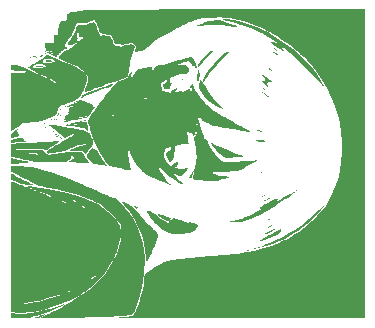
<source format=gbr>
%TF.GenerationSoftware,KiCad,Pcbnew,7.0.5*%
%TF.CreationDate,2023-07-06T17:03:01+08:00*%
%TF.ProjectId,GameRockerShaft,47616d65-526f-4636-9b65-725368616674,rev?*%
%TF.SameCoordinates,Original*%
%TF.FileFunction,Legend,Bot*%
%TF.FilePolarity,Positive*%
%FSLAX46Y46*%
G04 Gerber Fmt 4.6, Leading zero omitted, Abs format (unit mm)*
G04 Created by KiCad (PCBNEW 7.0.5) date 2023-07-06 17:03:01*
%MOMM*%
%LPD*%
G01*
G04 APERTURE LIST*
%ADD10C,0.300000*%
G04 APERTURE END LIST*
D10*
%TO.C,G\u002A\u002A\u002A*%
X126971210Y-98411481D02*
X126899781Y-98268624D01*
X126899781Y-98268624D02*
X126899781Y-98054338D01*
X126899781Y-98054338D02*
X126971210Y-97840052D01*
X126971210Y-97840052D02*
X127114067Y-97697195D01*
X127114067Y-97697195D02*
X127256924Y-97625766D01*
X127256924Y-97625766D02*
X127542638Y-97554338D01*
X127542638Y-97554338D02*
X127756924Y-97554338D01*
X127756924Y-97554338D02*
X128042638Y-97625766D01*
X128042638Y-97625766D02*
X128185495Y-97697195D01*
X128185495Y-97697195D02*
X128328353Y-97840052D01*
X128328353Y-97840052D02*
X128399781Y-98054338D01*
X128399781Y-98054338D02*
X128399781Y-98197195D01*
X128399781Y-98197195D02*
X128328353Y-98411481D01*
X128328353Y-98411481D02*
X128256924Y-98482909D01*
X128256924Y-98482909D02*
X127756924Y-98482909D01*
X127756924Y-98482909D02*
X127756924Y-98197195D01*
X126899781Y-99340052D02*
X127256924Y-99340052D01*
X127114067Y-98982909D02*
X127256924Y-99340052D01*
X127256924Y-99340052D02*
X127114067Y-99697195D01*
X127542638Y-99125766D02*
X127256924Y-99340052D01*
X127256924Y-99340052D02*
X127542638Y-99554338D01*
X126899781Y-100482909D02*
X127256924Y-100482909D01*
X127114067Y-100125766D02*
X127256924Y-100482909D01*
X127256924Y-100482909D02*
X127114067Y-100840052D01*
X127542638Y-100268623D02*
X127256924Y-100482909D01*
X127256924Y-100482909D02*
X127542638Y-100697195D01*
X126899781Y-101625766D02*
X127256924Y-101625766D01*
X127114067Y-101268623D02*
X127256924Y-101625766D01*
X127256924Y-101625766D02*
X127114067Y-101982909D01*
X127542638Y-101411480D02*
X127256924Y-101625766D01*
X127256924Y-101625766D02*
X127542638Y-101840052D01*
G36*
X102578885Y-89508550D02*
G01*
X102557433Y-89530003D01*
X102535980Y-89508550D01*
X102557433Y-89487098D01*
X102578885Y-89508550D01*
G37*
G36*
X104166385Y-89165307D02*
G01*
X104144933Y-89186760D01*
X104123480Y-89165307D01*
X104144933Y-89143855D01*
X104166385Y-89165307D01*
G37*
G36*
X103908953Y-89122402D02*
G01*
X103887500Y-89143855D01*
X103866048Y-89122402D01*
X103887500Y-89100949D01*
X103908953Y-89122402D01*
G37*
G36*
X102235642Y-89079496D02*
G01*
X102214189Y-89100949D01*
X102192737Y-89079496D01*
X102214189Y-89058044D01*
X102235642Y-89079496D01*
G37*
G36*
X101892399Y-88607537D02*
G01*
X101870946Y-88628990D01*
X101849494Y-88607537D01*
X101870946Y-88586084D01*
X101892399Y-88607537D01*
G37*
G36*
X103394088Y-88564632D02*
G01*
X103372635Y-88586084D01*
X103351183Y-88564632D01*
X103372635Y-88543179D01*
X103394088Y-88564632D01*
G37*
G36*
X102235642Y-88521726D02*
G01*
X102214189Y-88543179D01*
X102192737Y-88521726D01*
X102214189Y-88500273D01*
X102235642Y-88521726D01*
G37*
G36*
X103136656Y-88350105D02*
G01*
X103115203Y-88371557D01*
X103093750Y-88350105D01*
X103115203Y-88328652D01*
X103136656Y-88350105D01*
G37*
G36*
X102922129Y-88264294D02*
G01*
X102900676Y-88285746D01*
X102879223Y-88264294D01*
X102900676Y-88242841D01*
X102922129Y-88264294D01*
G37*
G36*
X103780237Y-87577807D02*
G01*
X103758784Y-87599260D01*
X103737331Y-87577807D01*
X103758784Y-87556355D01*
X103780237Y-87577807D01*
G37*
G36*
X104252196Y-87406186D02*
G01*
X104230744Y-87427638D01*
X104209291Y-87406186D01*
X104230744Y-87384733D01*
X104252196Y-87406186D01*
G37*
G36*
X104380912Y-86719699D02*
G01*
X104359460Y-86741152D01*
X104338007Y-86719699D01*
X104359460Y-86698246D01*
X104380912Y-86719699D01*
G37*
G36*
X104638345Y-86719699D02*
G01*
X104616892Y-86741152D01*
X104595439Y-86719699D01*
X104616892Y-86698246D01*
X104638345Y-86719699D01*
G37*
G36*
X105281926Y-86333550D02*
G01*
X105260473Y-86355003D01*
X105239021Y-86333550D01*
X105260473Y-86312098D01*
X105281926Y-86333550D01*
G37*
G36*
X103122354Y-88643291D02*
G01*
X103129066Y-88656197D01*
X103093750Y-88671895D01*
X103071036Y-88668799D01*
X103065147Y-88643291D01*
X103071435Y-88638157D01*
X103122354Y-88643291D01*
G37*
G36*
X103508503Y-88643291D02*
G01*
X103515215Y-88656197D01*
X103479899Y-88671895D01*
X103457185Y-88668799D01*
X103451295Y-88643291D01*
X103457584Y-88638157D01*
X103508503Y-88643291D01*
G37*
G36*
X102758552Y-88470964D02*
G01*
X102778411Y-88486408D01*
X102732630Y-88496886D01*
X102689113Y-88493852D01*
X102676316Y-88474351D01*
X102691496Y-88465849D01*
X102758552Y-88470964D01*
G37*
G36*
X103036543Y-88214237D02*
G01*
X103043256Y-88227143D01*
X103007939Y-88242841D01*
X102985226Y-88239745D01*
X102979336Y-88214237D01*
X102985624Y-88209102D01*
X103036543Y-88214237D01*
G37*
G36*
X103165259Y-87956805D02*
G01*
X103171972Y-87969710D01*
X103136656Y-87985409D01*
X103113942Y-87982312D01*
X103108052Y-87956805D01*
X103114341Y-87951670D01*
X103165259Y-87956805D01*
G37*
G36*
X103208165Y-87870994D02*
G01*
X103214877Y-87883899D01*
X103179561Y-87899598D01*
X103156847Y-87896501D01*
X103150958Y-87870994D01*
X103157246Y-87865859D01*
X103208165Y-87870994D01*
G37*
G36*
X103465597Y-87742278D02*
G01*
X103472310Y-87755183D01*
X103436994Y-87770882D01*
X103414280Y-87767785D01*
X103408390Y-87742278D01*
X103414678Y-87737143D01*
X103465597Y-87742278D01*
G37*
G36*
X103765935Y-87742278D02*
G01*
X103772647Y-87755183D01*
X103737331Y-87770882D01*
X103714617Y-87767785D01*
X103708728Y-87742278D01*
X103715016Y-87737143D01*
X103765935Y-87742278D01*
G37*
G36*
X103616660Y-87698667D02*
G01*
X103636519Y-87714111D01*
X103590738Y-87724589D01*
X103547221Y-87721555D01*
X103534425Y-87702054D01*
X103549604Y-87693552D01*
X103616660Y-87698667D01*
G37*
G36*
X103900472Y-87668965D02*
G01*
X103895357Y-87736021D01*
X103879913Y-87755880D01*
X103869435Y-87710099D01*
X103872469Y-87666582D01*
X103891970Y-87653786D01*
X103900472Y-87668965D01*
G37*
G36*
X104114313Y-87062080D02*
G01*
X104109178Y-87112999D01*
X104096273Y-87119711D01*
X104080575Y-87084395D01*
X104083671Y-87061681D01*
X104109178Y-87055791D01*
X104114313Y-87062080D01*
G37*
G36*
X104237894Y-86884170D02*
G01*
X104244607Y-86897075D01*
X104209291Y-86912773D01*
X104186577Y-86909677D01*
X104180687Y-86884170D01*
X104186976Y-86879035D01*
X104237894Y-86884170D01*
G37*
G36*
X104646390Y-86626032D02*
G01*
X104666249Y-86641475D01*
X104620468Y-86651954D01*
X104576950Y-86648920D01*
X104564154Y-86629419D01*
X104579334Y-86620917D01*
X104646390Y-86626032D01*
G37*
G36*
X101600106Y-82378397D02*
G01*
X101619965Y-82393840D01*
X101574184Y-82404319D01*
X101530667Y-82401285D01*
X101517871Y-82381784D01*
X101533050Y-82373282D01*
X101600106Y-82378397D01*
G37*
G36*
X102864921Y-82078764D02*
G01*
X102871634Y-82091670D01*
X102836318Y-82107368D01*
X102813604Y-82104272D01*
X102807714Y-82078764D01*
X102814003Y-82073630D01*
X102864921Y-82078764D01*
G37*
G36*
X102685845Y-88758197D02*
G01*
X102677439Y-88769450D01*
X102619259Y-88800611D01*
X102595197Y-88798346D01*
X102585080Y-88775958D01*
X102645472Y-88741335D01*
X102678939Y-88733816D01*
X102685845Y-88758197D01*
G37*
G36*
X103007939Y-88366967D02*
G01*
X103001171Y-88386897D01*
X102945766Y-88429140D01*
X102909355Y-88434360D01*
X102907451Y-88390825D01*
X102937352Y-88346840D01*
X102984439Y-88329781D01*
X103007939Y-88366967D01*
G37*
G36*
X102879223Y-88049767D02*
G01*
X102890908Y-88058951D01*
X102921472Y-88127383D01*
X102913667Y-88147110D01*
X102879223Y-88114125D01*
X102855168Y-88075258D01*
X102840634Y-88034665D01*
X102879223Y-88049767D01*
G37*
G36*
X104273403Y-87798177D02*
G01*
X104302087Y-87816493D01*
X104310945Y-87865769D01*
X104291572Y-87881688D01*
X104247490Y-87850547D01*
X104223479Y-87811340D01*
X104218224Y-87781794D01*
X104273403Y-87798177D01*
G37*
G36*
X126605912Y-85003483D02*
G01*
X126617598Y-85012667D01*
X126648161Y-85081100D01*
X126640356Y-85100826D01*
X126605912Y-85067841D01*
X126581857Y-85028974D01*
X126567323Y-84988381D01*
X126605912Y-85003483D01*
G37*
G36*
X121319985Y-92199047D02*
G01*
X121285642Y-92233044D01*
X121248888Y-92253272D01*
X121178379Y-92274635D01*
X121165489Y-92267041D01*
X121199831Y-92233044D01*
X121236585Y-92212815D01*
X121307095Y-92191452D01*
X121319985Y-92199047D01*
G37*
G36*
X113777196Y-91284061D02*
G01*
X113775594Y-91296646D01*
X113734291Y-91353483D01*
X113717821Y-91360356D01*
X113691385Y-91337095D01*
X113692987Y-91324509D01*
X113734291Y-91267672D01*
X113750761Y-91260799D01*
X113777196Y-91284061D01*
G37*
G36*
X114602654Y-90432264D02*
G01*
X114635304Y-90473922D01*
X114634058Y-90484178D01*
X114592399Y-90516828D01*
X114582143Y-90515581D01*
X114549494Y-90473922D01*
X114550740Y-90463667D01*
X114592399Y-90431017D01*
X114602654Y-90432264D01*
G37*
G36*
X103884758Y-88948095D02*
G01*
X103938732Y-88997151D01*
X103915218Y-89026058D01*
X103821061Y-89023985D01*
X103816078Y-89023234D01*
X103732120Y-88998152D01*
X103729538Y-88962865D01*
X103797853Y-88935285D01*
X103884758Y-88948095D01*
G37*
G36*
X102309910Y-88899594D02*
G01*
X102317287Y-88901718D01*
X102323639Y-88914776D01*
X102257095Y-88920963D01*
X102246934Y-88921022D01*
X102179768Y-88915270D01*
X102181194Y-88901184D01*
X102216449Y-88893313D01*
X102309910Y-88899594D01*
G37*
G36*
X102535980Y-88798079D02*
G01*
X102534331Y-88810533D01*
X102493075Y-88843517D01*
X102483365Y-88843025D01*
X102450169Y-88824596D01*
X102452144Y-88817714D01*
X102493075Y-88779159D01*
X102509695Y-88772455D01*
X102535980Y-88798079D01*
G37*
G36*
X103591513Y-88716775D02*
G01*
X103630068Y-88757706D01*
X103636772Y-88774326D01*
X103611147Y-88800611D01*
X103598693Y-88798963D01*
X103565710Y-88757706D01*
X103566202Y-88747996D01*
X103584630Y-88714800D01*
X103591513Y-88716775D01*
G37*
G36*
X103315563Y-88687564D02*
G01*
X103351183Y-88717467D01*
X103335109Y-88740844D01*
X103265372Y-88757706D01*
X103215572Y-88751394D01*
X103179561Y-88723931D01*
X103195510Y-88703177D01*
X103265372Y-88683692D01*
X103315563Y-88687564D01*
G37*
G36*
X121478717Y-85153652D02*
G01*
X121513500Y-85189988D01*
X121523696Y-85230238D01*
X121498883Y-85232398D01*
X121435811Y-85196557D01*
X121401028Y-85160221D01*
X121390832Y-85119971D01*
X121415645Y-85117811D01*
X121478717Y-85153652D01*
G37*
G36*
X114570575Y-84302785D02*
G01*
X114592399Y-84359902D01*
X114591154Y-84377000D01*
X114555735Y-84422923D01*
X114493453Y-84396823D01*
X114482582Y-84378960D01*
X114495999Y-84323932D01*
X114552026Y-84295544D01*
X114570575Y-84302785D01*
G37*
G36*
X101774409Y-82506142D02*
G01*
X101796144Y-82512832D01*
X101770670Y-82521389D01*
X101677872Y-82524736D01*
X101614908Y-82523485D01*
X101561002Y-82516753D01*
X101581335Y-82506142D01*
X101649383Y-82499044D01*
X101774409Y-82506142D01*
G37*
G36*
X102587039Y-82369641D02*
G01*
X102621791Y-82407706D01*
X102614530Y-82427444D01*
X102557433Y-82450611D01*
X102527826Y-82445771D01*
X102493075Y-82407706D01*
X102500336Y-82387968D01*
X102557433Y-82364800D01*
X102587039Y-82369641D01*
G37*
G36*
X101967483Y-82292319D02*
G01*
X101979657Y-82296330D01*
X101970457Y-82307468D01*
X101892399Y-82311941D01*
X101863288Y-82311526D01*
X101803961Y-82304755D01*
X101817314Y-82292319D01*
X101858666Y-82285647D01*
X101967483Y-82292319D01*
G37*
G36*
X103007939Y-82151620D02*
G01*
X103000689Y-82170725D01*
X102943581Y-82193179D01*
X102914259Y-82191315D01*
X102879223Y-82176317D01*
X102887128Y-82165211D01*
X102943581Y-82134758D01*
X102976490Y-82128013D01*
X103007939Y-82151620D01*
G37*
G36*
X103918911Y-89370192D02*
G01*
X103919937Y-89370320D01*
X103954211Y-89379067D01*
X103911797Y-89385413D01*
X103801689Y-89387992D01*
X103688829Y-89385813D01*
X103637779Y-89379570D01*
X103661479Y-89370630D01*
X103778990Y-89363185D01*
X103918911Y-89370192D01*
G37*
G36*
X104247780Y-89242441D02*
G01*
X104319236Y-89290576D01*
X104327404Y-89298859D01*
X104361015Y-89346003D01*
X104328200Y-89358382D01*
X104294242Y-89352101D01*
X104216263Y-89305286D01*
X104191885Y-89272757D01*
X104207299Y-89237480D01*
X104247780Y-89242441D01*
G37*
G36*
X102288506Y-82505327D02*
G01*
X102289532Y-82505455D01*
X102323806Y-82514202D01*
X102281391Y-82520548D01*
X102171284Y-82523127D01*
X102058424Y-82520948D01*
X102007374Y-82514705D01*
X102031073Y-82505765D01*
X102148584Y-82498321D01*
X102288506Y-82505327D01*
G37*
G36*
X121972129Y-96176144D02*
G01*
X121972021Y-96177770D01*
X121932552Y-96217799D01*
X121843412Y-96259723D01*
X121797017Y-96273154D01*
X121725772Y-96273367D01*
X121723179Y-96238135D01*
X121797686Y-96181851D01*
X121855821Y-96155038D01*
X121940378Y-96140243D01*
X121972129Y-96176144D01*
G37*
G36*
X121525380Y-94167085D02*
G01*
X121538509Y-94182332D01*
X121481242Y-94229510D01*
X121414118Y-94266769D01*
X121309621Y-94291139D01*
X121260432Y-94289205D01*
X121247302Y-94273958D01*
X121304569Y-94226781D01*
X121371694Y-94189521D01*
X121476191Y-94165152D01*
X121525380Y-94167085D01*
G37*
G36*
X104064894Y-87227347D02*
G01*
X104051347Y-87274576D01*
X104037669Y-87366789D01*
X104033410Y-87393144D01*
X103994764Y-87427638D01*
X103957127Y-87401545D01*
X103966320Y-87329835D01*
X104023353Y-87234564D01*
X104054928Y-87196196D01*
X104078084Y-87178625D01*
X104064894Y-87227347D01*
G37*
G36*
X102133136Y-82365257D02*
G01*
X102241086Y-82370876D01*
X102263672Y-82382548D01*
X102201029Y-82399833D01*
X102053294Y-82422293D01*
X101994082Y-82428611D01*
X101888441Y-82428282D01*
X101849494Y-82406885D01*
X101866059Y-82390965D01*
X101946470Y-82372140D01*
X102071171Y-82364800D01*
X102133136Y-82365257D01*
G37*
G36*
X104052237Y-89077382D02*
G01*
X104048170Y-89165307D01*
X104034150Y-89217224D01*
X103999408Y-89253620D01*
X103924219Y-89267701D01*
X103785961Y-89268359D01*
X103544257Y-89264146D01*
X103724907Y-89214727D01*
X103767544Y-89202029D01*
X103885686Y-89156073D01*
X103958741Y-89111675D01*
X104016558Y-89065454D01*
X104052237Y-89077382D01*
G37*
G36*
X122223742Y-81657003D02*
G01*
X122315707Y-81699084D01*
X122429637Y-81768942D01*
X122515271Y-81833154D01*
X122578597Y-81894788D01*
X122583905Y-81924895D01*
X122560113Y-81926032D01*
X122468539Y-81893722D01*
X122345919Y-81822499D01*
X122215543Y-81724999D01*
X122160268Y-81667371D01*
X122167381Y-81645499D01*
X122223742Y-81657003D01*
G37*
G36*
X122143750Y-96692622D02*
G01*
X122114273Y-96724123D01*
X122035101Y-96779483D01*
X121934619Y-96840358D01*
X121841380Y-96889518D01*
X121783939Y-96909733D01*
X121774288Y-96905959D01*
X121757602Y-96855763D01*
X121768030Y-96834554D01*
X121837509Y-96783370D01*
X121950676Y-96732364D01*
X122016468Y-96710491D01*
X122107879Y-96688338D01*
X122143750Y-96692622D01*
G37*
G36*
X110519507Y-95080425D02*
G01*
X110663279Y-95130555D01*
X110725397Y-95156870D01*
X110789562Y-95191950D01*
X110788931Y-95222039D01*
X110733004Y-95265529D01*
X110711889Y-95279918D01*
X110652553Y-95305471D01*
X110595444Y-95284435D01*
X110509857Y-95209039D01*
X110494314Y-95193830D01*
X110431636Y-95113796D01*
X110441164Y-95075417D01*
X110519507Y-95080425D01*
G37*
G36*
X121880354Y-83395390D02*
G01*
X121935707Y-83428559D01*
X122015053Y-83495914D01*
X122095747Y-83575379D01*
X122155142Y-83644876D01*
X122170593Y-83682327D01*
X122157602Y-83683391D01*
X122092218Y-83652443D01*
X121996399Y-83586845D01*
X121963380Y-83560813D01*
X121873179Y-83475027D01*
X121841789Y-83416283D01*
X121875592Y-83394729D01*
X121880354Y-83395390D01*
G37*
G36*
X122282553Y-82028576D02*
G01*
X122374168Y-82070111D01*
X122487642Y-82133541D01*
X122591937Y-82200944D01*
X122656013Y-82254401D01*
X122685507Y-82300174D01*
X122664408Y-82318074D01*
X122577647Y-82288158D01*
X122428040Y-82210963D01*
X122342759Y-82158833D01*
X122255591Y-82090213D01*
X122222041Y-82040632D01*
X122252723Y-82021557D01*
X122282553Y-82028576D01*
G37*
G36*
X103351183Y-82729496D02*
G01*
X103421442Y-82749351D01*
X103475271Y-82784334D01*
X103461354Y-82817154D01*
X103390764Y-82842137D01*
X103274575Y-82853614D01*
X103123860Y-82845914D01*
X103096590Y-82842213D01*
X103002882Y-82819475D01*
X102965034Y-82792570D01*
X102965777Y-82787365D01*
X103012874Y-82752221D01*
X103112377Y-82727665D01*
X103234931Y-82718492D01*
X103351183Y-82729496D01*
G37*
G36*
X102674010Y-82274231D02*
G01*
X102722630Y-82327611D01*
X102737032Y-82358223D01*
X102693366Y-82349315D01*
X102686890Y-82347199D01*
X102585586Y-82327397D01*
X102457386Y-82316052D01*
X102384336Y-82311957D01*
X102356343Y-82303630D01*
X102407264Y-82290274D01*
X102482607Y-82266240D01*
X102545294Y-82221032D01*
X102546195Y-82219638D01*
X102593384Y-82209211D01*
X102674010Y-82274231D01*
G37*
G36*
X121016205Y-88650921D02*
G01*
X121182502Y-88696392D01*
X121279336Y-88728474D01*
X121376667Y-88772296D01*
X121414358Y-88806547D01*
X121401435Y-88826597D01*
X121339274Y-88826895D01*
X121307865Y-88818013D01*
X121197137Y-88788860D01*
X121060389Y-88754552D01*
X120990667Y-88735175D01*
X120894369Y-88697924D01*
X120856588Y-88666802D01*
X120867972Y-88639602D01*
X120916249Y-88632435D01*
X121016205Y-88650921D01*
G37*
G36*
X121972129Y-94411672D02*
G01*
X121971229Y-94414536D01*
X121925361Y-94448847D01*
X121827383Y-94501888D01*
X121701348Y-94562525D01*
X121571310Y-94619623D01*
X121461320Y-94662045D01*
X121395432Y-94678657D01*
X121383417Y-94675897D01*
X121399035Y-94646693D01*
X121469248Y-94594366D01*
X121578047Y-94529856D01*
X121709424Y-94464101D01*
X121773260Y-94435573D01*
X121892272Y-94389789D01*
X121954297Y-94382674D01*
X121972129Y-94411672D01*
G37*
G36*
X121029299Y-89458989D02*
G01*
X121070698Y-89463418D01*
X121275607Y-89490349D01*
X121407926Y-89519677D01*
X121478999Y-89554773D01*
X121500169Y-89599013D01*
X121496887Y-89612139D01*
X121439820Y-89645369D01*
X121330007Y-89658892D01*
X121191279Y-89653228D01*
X121047467Y-89628895D01*
X120922402Y-89586415D01*
X120866815Y-89558237D01*
X120785411Y-89501148D01*
X120786136Y-89464649D01*
X120867821Y-89450132D01*
X121029299Y-89458989D01*
G37*
G36*
X102605353Y-83186508D02*
G01*
X102717485Y-83200506D01*
X102771960Y-83222909D01*
X102773165Y-83248197D01*
X102720860Y-83270706D01*
X102635206Y-83278430D01*
X102514527Y-83292635D01*
X102389532Y-83297757D01*
X102245176Y-83285575D01*
X102229308Y-83282563D01*
X102149020Y-83254104D01*
X102129718Y-83220741D01*
X102133657Y-83216414D01*
X102199716Y-83195865D01*
X102318798Y-83184094D01*
X102463234Y-83181006D01*
X102605353Y-83186508D01*
G37*
G36*
X102947409Y-104230466D02*
G01*
X102944671Y-104244795D01*
X102937500Y-104252081D01*
X102870570Y-104295094D01*
X102751835Y-104359765D01*
X102601119Y-104435112D01*
X102544606Y-104461816D01*
X102358851Y-104538387D01*
X102205476Y-104577329D01*
X102053814Y-104587161D01*
X101828041Y-104584522D01*
X102278548Y-104432651D01*
X102368596Y-104402331D01*
X102598141Y-104325681D01*
X102760360Y-104273112D01*
X102865688Y-104241682D01*
X102924559Y-104228447D01*
X102947409Y-104230466D01*
G37*
G36*
X122419788Y-97007961D02*
G01*
X122420356Y-97050371D01*
X122388705Y-97082962D01*
X122293084Y-97144254D01*
X122155974Y-97217596D01*
X121999227Y-97292645D01*
X121844698Y-97359057D01*
X121714237Y-97406489D01*
X121629698Y-97424598D01*
X121579766Y-97420806D01*
X121549757Y-97393970D01*
X121600357Y-97341916D01*
X121730838Y-97265252D01*
X121940474Y-97164587D01*
X122083507Y-97101458D01*
X122257936Y-97031940D01*
X122367838Y-97001296D01*
X122419788Y-97007961D01*
G37*
G36*
X121318745Y-85386957D02*
G01*
X121379723Y-85422652D01*
X121485405Y-85498061D01*
X121647064Y-85619975D01*
X121673175Y-85640173D01*
X121780617Y-85731152D01*
X121844414Y-85798999D01*
X121851516Y-85830286D01*
X121845728Y-85830950D01*
X121780512Y-85805303D01*
X121673162Y-85738975D01*
X121543726Y-85644093D01*
X121518962Y-85624457D01*
X121400496Y-85524946D01*
X121317145Y-85445640D01*
X121285642Y-85402223D01*
X121291196Y-85384183D01*
X121318745Y-85386957D01*
G37*
G36*
X115929820Y-83590179D02*
G01*
X115966697Y-83673415D01*
X116026704Y-83877519D01*
X116031683Y-84091836D01*
X115966711Y-84306270D01*
X115929457Y-84382023D01*
X115871313Y-84474122D01*
X115828802Y-84510071D01*
X115820970Y-84505169D01*
X115805024Y-84441802D01*
X115798408Y-84322075D01*
X115800119Y-84167396D01*
X115809154Y-83999175D01*
X115824510Y-83838824D01*
X115845183Y-83707750D01*
X115870169Y-83627366D01*
X115902699Y-83579468D01*
X115929820Y-83590179D01*
G37*
G36*
X115488765Y-92104683D02*
G01*
X115469848Y-92213446D01*
X115432950Y-92355280D01*
X115386442Y-92502132D01*
X115338697Y-92625952D01*
X115298086Y-92698687D01*
X115256312Y-92726834D01*
X115154953Y-92727974D01*
X115099830Y-92703115D01*
X115064358Y-92663783D01*
X115065095Y-92657584D01*
X115093696Y-92592938D01*
X115154438Y-92491050D01*
X115234379Y-92370252D01*
X115320579Y-92248875D01*
X115400097Y-92145253D01*
X115459991Y-92077718D01*
X115487321Y-92064602D01*
X115488765Y-92104683D01*
G37*
G36*
X112485969Y-95754955D02*
G01*
X112574637Y-95777639D01*
X112714180Y-95816242D01*
X112885526Y-95865180D01*
X113069605Y-95918866D01*
X113247346Y-95971715D01*
X113399678Y-96018143D01*
X113507530Y-96052563D01*
X113551832Y-96069391D01*
X113553725Y-96073242D01*
X113539720Y-96128696D01*
X113493241Y-96220276D01*
X113468645Y-96257170D01*
X113372802Y-96335676D01*
X113248414Y-96349990D01*
X113090176Y-96298685D01*
X112892783Y-96180331D01*
X112650929Y-95993500D01*
X112591459Y-95942452D01*
X112487407Y-95840599D01*
X112443817Y-95774702D01*
X112465679Y-95751287D01*
X112485969Y-95754955D01*
G37*
G36*
X100101098Y-91005855D02*
G01*
X100169006Y-91022800D01*
X100305802Y-91054536D01*
X100486793Y-91095217D01*
X100691048Y-91140079D01*
X100863997Y-91178244D01*
X101080629Y-91227586D01*
X101268088Y-91271907D01*
X101398987Y-91304832D01*
X101613514Y-91362436D01*
X101270271Y-91394020D01*
X101237376Y-91397082D01*
X101015824Y-91419743D01*
X100783239Y-91447584D01*
X100515105Y-91483710D01*
X100186909Y-91531225D01*
X100004561Y-91558221D01*
X100004561Y-91268500D01*
X100004672Y-91205680D01*
X100008114Y-91078996D01*
X100021128Y-91014904D01*
X100050020Y-90996243D01*
X100101098Y-91005855D01*
G37*
G36*
X100597695Y-88593119D02*
G01*
X100573903Y-88634580D01*
X100557483Y-88662428D01*
X100568130Y-88734571D01*
X100632217Y-88852272D01*
X100662137Y-88903405D01*
X100712086Y-89014430D01*
X100725763Y-89089978D01*
X100690755Y-89131937D01*
X100576573Y-89191817D01*
X100390710Y-89257621D01*
X100354494Y-89268721D01*
X100203774Y-89313618D01*
X100090445Y-89345327D01*
X100036740Y-89357569D01*
X100025788Y-89345424D01*
X100010544Y-89271062D01*
X100004561Y-89151334D01*
X100004906Y-89122217D01*
X100021989Y-88990151D01*
X100075238Y-88885124D01*
X100179046Y-88787230D01*
X100347804Y-88676560D01*
X100373222Y-88661774D01*
X100480589Y-88609829D01*
X100561001Y-88585907D01*
X100597695Y-88593119D01*
G37*
G36*
X100948109Y-89301561D02*
G01*
X101015235Y-89335219D01*
X101041303Y-89349726D01*
X101124195Y-89403965D01*
X101156017Y-89439194D01*
X101153839Y-89477611D01*
X101184854Y-89551410D01*
X101280997Y-89574213D01*
X101307415Y-89574888D01*
X101360124Y-89585437D01*
X101334629Y-89611465D01*
X101317585Y-89617238D01*
X101223040Y-89632558D01*
X101066805Y-89648501D01*
X100865918Y-89663492D01*
X100637416Y-89675953D01*
X100004561Y-89704495D01*
X100004561Y-89606244D01*
X100011851Y-89561607D01*
X100044358Y-89522922D01*
X100116560Y-89485206D01*
X100242925Y-89440999D01*
X100437921Y-89382844D01*
X100550300Y-89350536D01*
X100708453Y-89307508D01*
X100814371Y-89286084D01*
X100887705Y-89284642D01*
X100948109Y-89301561D01*
G37*
G36*
X117086907Y-81944429D02*
G01*
X117123818Y-81969123D01*
X117114099Y-81985371D01*
X117054509Y-82054497D01*
X116949722Y-82165924D01*
X116810234Y-82308604D01*
X116646543Y-82471487D01*
X116568530Y-82548883D01*
X116397791Y-82723325D01*
X116247042Y-82883947D01*
X116130310Y-83015601D01*
X116061618Y-83103144D01*
X116028828Y-83149074D01*
X115952618Y-83232677D01*
X115895312Y-83265814D01*
X115860306Y-83248095D01*
X115836656Y-83176744D01*
X115843423Y-83139528D01*
X115899854Y-83025529D01*
X116003342Y-82876263D01*
X116141581Y-82704727D01*
X116302265Y-82523919D01*
X116473088Y-82346839D01*
X116641742Y-82186483D01*
X116795921Y-82055850D01*
X116923318Y-81967939D01*
X117011627Y-81935746D01*
X117086907Y-81944429D01*
G37*
G36*
X122898335Y-97050417D02*
G01*
X122916048Y-97093874D01*
X122913243Y-97108172D01*
X122864348Y-97184127D01*
X122768456Y-97287590D01*
X122643675Y-97401670D01*
X122508111Y-97509472D01*
X122379871Y-97594104D01*
X122291670Y-97640210D01*
X122105915Y-97723518D01*
X121888965Y-97809265D01*
X121662668Y-97889831D01*
X121448875Y-97957599D01*
X121269436Y-98004949D01*
X121146200Y-98024264D01*
X121107919Y-98012240D01*
X121125837Y-97970533D01*
X121199387Y-97909940D01*
X121317821Y-97841882D01*
X121386761Y-97807390D01*
X121478986Y-97759928D01*
X121586819Y-97702698D01*
X121722108Y-97629257D01*
X121896698Y-97533162D01*
X122122434Y-97407971D01*
X122411165Y-97247240D01*
X122567314Y-97162436D01*
X122732135Y-97082218D01*
X122839753Y-97045705D01*
X122898335Y-97050417D01*
G37*
G36*
X100070410Y-92348285D02*
G01*
X100172578Y-92399024D01*
X100332116Y-92477958D01*
X100538352Y-92579812D01*
X100780617Y-92699314D01*
X101048238Y-92831190D01*
X101278687Y-92945230D01*
X101519603Y-93065727D01*
X101723601Y-93169160D01*
X101880634Y-93250384D01*
X101980653Y-93304251D01*
X102013610Y-93325616D01*
X101961797Y-93334779D01*
X101843005Y-93332330D01*
X101678252Y-93319555D01*
X101487469Y-93298878D01*
X101290587Y-93272722D01*
X101107539Y-93243513D01*
X100958255Y-93213675D01*
X100862669Y-93185631D01*
X100851518Y-93180936D01*
X100708134Y-93123670D01*
X100524357Y-93053959D01*
X100337078Y-92985827D01*
X100004561Y-92867919D01*
X100004561Y-92590855D01*
X100008824Y-92455799D01*
X100020405Y-92361029D01*
X100036740Y-92331316D01*
X100070410Y-92348285D01*
G37*
G36*
X118460321Y-82026847D02*
G01*
X118496791Y-82045479D01*
X118483843Y-82063326D01*
X118419244Y-82132762D01*
X118309658Y-82243942D01*
X118165474Y-82386387D01*
X117997080Y-82549618D01*
X117988061Y-82558304D01*
X117734079Y-82815394D01*
X117459311Y-83114109D01*
X117180609Y-83434573D01*
X116914824Y-83756914D01*
X116678808Y-84061255D01*
X116489413Y-84327723D01*
X116414408Y-84433772D01*
X116343705Y-84519923D01*
X116302541Y-84552976D01*
X116281154Y-84546740D01*
X116262982Y-84487217D01*
X116286997Y-84375741D01*
X116349309Y-84225908D01*
X116446029Y-84051316D01*
X116529781Y-83919300D01*
X116742170Y-83610471D01*
X116972223Y-83306610D01*
X117211880Y-83016086D01*
X117453084Y-82747270D01*
X117687776Y-82508530D01*
X117907897Y-82308236D01*
X118105390Y-82154756D01*
X118272195Y-82056460D01*
X118400254Y-82021718D01*
X118460321Y-82026847D01*
G37*
G36*
X116146180Y-84426733D02*
G01*
X116200811Y-84530096D01*
X116282602Y-84638787D01*
X116325790Y-84691746D01*
X116414184Y-84818805D01*
X116500170Y-84960578D01*
X116701989Y-85300979D01*
X117145909Y-85929267D01*
X117647726Y-86494733D01*
X118116850Y-86966842D01*
X117781229Y-86781583D01*
X117735457Y-86756339D01*
X117556428Y-86657957D01*
X117390668Y-86567348D01*
X117269074Y-86501414D01*
X117131403Y-86424659D01*
X116837826Y-86234360D01*
X116608965Y-86039165D01*
X116430265Y-85827380D01*
X116374792Y-85748243D01*
X116195044Y-85477044D01*
X116066395Y-85253932D01*
X115982318Y-85067841D01*
X115978418Y-85057438D01*
X115946036Y-84969978D01*
X115931667Y-84906621D01*
X115937148Y-84840845D01*
X115964314Y-84746131D01*
X116015003Y-84595959D01*
X116023210Y-84571732D01*
X116070044Y-84440794D01*
X116100752Y-84379945D01*
X116123432Y-84378741D01*
X116146180Y-84426733D01*
G37*
G36*
X117017914Y-89744668D02*
G01*
X117068657Y-89765085D01*
X117179765Y-89815187D01*
X117335722Y-89887853D01*
X117521010Y-89975958D01*
X117575479Y-90001882D01*
X117981234Y-90184837D01*
X118434047Y-90374082D01*
X118902455Y-90556846D01*
X119354990Y-90720357D01*
X119492167Y-90769752D01*
X119631444Y-90829241D01*
X119688421Y-90870735D01*
X119663904Y-90894955D01*
X119558700Y-90902620D01*
X119472412Y-90905967D01*
X119316895Y-90916567D01*
X119119908Y-90932712D01*
X118904392Y-90952650D01*
X118707692Y-90968940D01*
X118505426Y-90979518D01*
X118341502Y-90981581D01*
X118239358Y-90974364D01*
X118232367Y-90972899D01*
X118104045Y-90918034D01*
X117938972Y-90809926D01*
X117752607Y-90661717D01*
X117560411Y-90486554D01*
X117377844Y-90297581D01*
X117220365Y-90107944D01*
X117190835Y-90068579D01*
X117078524Y-89913605D01*
X117015378Y-89813807D01*
X116996470Y-89760383D01*
X117016872Y-89744530D01*
X117017914Y-89744668D01*
G37*
G36*
X108700408Y-84696346D02*
G01*
X108696797Y-84710023D01*
X108651757Y-84770397D01*
X108571001Y-84859045D01*
X108486554Y-84934187D01*
X108379441Y-84998195D01*
X108232603Y-85056171D01*
X108023677Y-85118729D01*
X107527524Y-85267940D01*
X106954396Y-85478032D01*
X106438987Y-85714221D01*
X106299978Y-85784320D01*
X106149910Y-85857605D01*
X106041864Y-85907514D01*
X105992901Y-85925949D01*
X105987915Y-85925512D01*
X105976940Y-85893770D01*
X105983114Y-85880972D01*
X106016586Y-85808470D01*
X106045274Y-85750859D01*
X106078609Y-85703060D01*
X106126019Y-85659994D01*
X106196934Y-85616579D01*
X106300784Y-85567737D01*
X106446999Y-85508387D01*
X106645007Y-85433450D01*
X106904238Y-85337845D01*
X107234122Y-85216493D01*
X107603592Y-85080269D01*
X107918141Y-84964615D01*
X108166959Y-84873625D01*
X108357561Y-84804634D01*
X108497465Y-84754976D01*
X108594185Y-84721985D01*
X108655238Y-84702993D01*
X108688141Y-84695336D01*
X108700408Y-84696346D01*
G37*
G36*
X117569263Y-79319876D02*
G01*
X117737359Y-79343975D01*
X117950998Y-79393194D01*
X118184198Y-79460957D01*
X118410980Y-79540690D01*
X118433559Y-79549518D01*
X118620216Y-79625841D01*
X118809879Y-79708348D01*
X118986071Y-79789277D01*
X119132320Y-79860867D01*
X119232150Y-79915355D01*
X119269088Y-79944979D01*
X119265948Y-79949623D01*
X119210654Y-79954406D01*
X119108193Y-79941099D01*
X118891956Y-79903014D01*
X118420744Y-79837499D01*
X117933360Y-79790574D01*
X117449565Y-79763154D01*
X116989117Y-79756155D01*
X116571775Y-79770494D01*
X116217298Y-79807085D01*
X116073607Y-79828010D01*
X115888891Y-79852239D01*
X115743259Y-79868224D01*
X115659528Y-79873256D01*
X115652576Y-79873012D01*
X115608639Y-79864600D01*
X115632089Y-79840681D01*
X115729392Y-79793907D01*
X115873558Y-79733475D01*
X116158829Y-79629264D01*
X116468036Y-79531851D01*
X116780624Y-79446653D01*
X117076040Y-79379088D01*
X117333727Y-79334573D01*
X117533131Y-79318524D01*
X117569263Y-79319876D01*
G37*
G36*
X121376473Y-83991811D02*
G01*
X121517143Y-84077935D01*
X121594406Y-84129472D01*
X121689072Y-84187254D01*
X121738131Y-84209733D01*
X121773879Y-84226262D01*
X121861546Y-84282032D01*
X121977107Y-84363556D01*
X122013025Y-84390478D01*
X122125897Y-84486260D01*
X122180124Y-84553171D01*
X122171824Y-84584426D01*
X122097115Y-84573245D01*
X121995732Y-84559599D01*
X121868252Y-84572539D01*
X121758253Y-84608063D01*
X121699714Y-84658850D01*
X121697173Y-84678115D01*
X121720954Y-84764558D01*
X121780089Y-84872210D01*
X121810869Y-84919171D01*
X121851466Y-84998470D01*
X121834592Y-85015912D01*
X121759610Y-84971468D01*
X121625882Y-84865109D01*
X121449774Y-84708028D01*
X121341083Y-84589880D01*
X121302406Y-84513687D01*
X121334479Y-84480911D01*
X121438041Y-84493012D01*
X121482681Y-84501187D01*
X121556906Y-84485345D01*
X121569260Y-84421432D01*
X121520396Y-84317008D01*
X121410966Y-84179631D01*
X121324198Y-84076922D01*
X121277053Y-83994128D01*
X121295460Y-83964816D01*
X121376473Y-83991811D01*
G37*
G36*
X106949349Y-90200467D02*
G01*
X107066394Y-90241710D01*
X107095032Y-90252972D01*
X107195007Y-90302597D01*
X107277259Y-90370522D01*
X107361108Y-90475911D01*
X107465876Y-90637927D01*
X107494800Y-90684128D01*
X107625258Y-90884297D01*
X107773528Y-91102410D01*
X107912824Y-91298858D01*
X107982505Y-91395609D01*
X108072203Y-91525029D01*
X108131038Y-91616445D01*
X108148793Y-91654465D01*
X108132229Y-91655717D01*
X108047233Y-91648692D01*
X107907152Y-91632223D01*
X107730859Y-91609004D01*
X107537226Y-91581725D01*
X107345128Y-91553079D01*
X107173438Y-91525758D01*
X107041028Y-91502455D01*
X106966773Y-91485861D01*
X106944599Y-91473096D01*
X106868859Y-91402940D01*
X106768011Y-91290773D01*
X106657902Y-91156354D01*
X106554378Y-91019440D01*
X106473286Y-90899791D01*
X106430473Y-90817165D01*
X106429774Y-90804919D01*
X106459070Y-90727601D01*
X106528501Y-90610547D01*
X106626549Y-90473922D01*
X106659891Y-90430981D01*
X106755340Y-90307801D01*
X106824314Y-90218406D01*
X106853706Y-90179766D01*
X106871310Y-90179506D01*
X106949349Y-90200467D01*
G37*
G36*
X104209291Y-89543770D02*
G01*
X104195649Y-89557449D01*
X104124315Y-89609839D01*
X104005679Y-89690386D01*
X103855321Y-89788328D01*
X103788708Y-89830987D01*
X103599184Y-89952604D01*
X103418934Y-90068575D01*
X103279480Y-90158628D01*
X103149431Y-90241212D01*
X103034354Y-90304711D01*
X102953843Y-90328574D01*
X102887909Y-90317957D01*
X102816562Y-90278014D01*
X102797527Y-90266251D01*
X102737909Y-90240122D01*
X102658534Y-90224793D01*
X102542950Y-90219165D01*
X102374702Y-90222137D01*
X102137336Y-90232610D01*
X102012596Y-90238606D01*
X101734904Y-90250952D01*
X101418085Y-90264068D01*
X101092268Y-90276724D01*
X100787585Y-90287693D01*
X100004561Y-90314468D01*
X100004561Y-90050952D01*
X100007667Y-89934231D01*
X100024878Y-89822812D01*
X100058193Y-89786444D01*
X100172198Y-89784078D01*
X100585821Y-89772038D01*
X101039110Y-89754327D01*
X101516384Y-89731883D01*
X102001959Y-89705644D01*
X102480155Y-89676548D01*
X102935288Y-89645534D01*
X103351676Y-89613538D01*
X103713638Y-89581499D01*
X104005490Y-89550355D01*
X104073968Y-89543137D01*
X104171131Y-89537906D01*
X104209291Y-89543770D01*
G37*
G36*
X104591771Y-103354497D02*
G01*
X104545995Y-103392796D01*
X104451265Y-103452499D01*
X104324013Y-103524045D01*
X104180671Y-103597868D01*
X104037669Y-103664407D01*
X103888488Y-103729274D01*
X103718403Y-103803266D01*
X103587162Y-103860396D01*
X103541287Y-103879679D01*
X103375164Y-103944381D01*
X103157621Y-104024561D01*
X102910529Y-104112600D01*
X102655754Y-104200882D01*
X102415166Y-104281787D01*
X102210632Y-104347698D01*
X102064021Y-104390997D01*
X101978745Y-104414693D01*
X101796031Y-104469859D01*
X101640299Y-104521889D01*
X101556212Y-104546100D01*
X101429368Y-104566767D01*
X101258383Y-104580252D01*
X101029399Y-104587585D01*
X100728559Y-104589800D01*
X100004561Y-104589800D01*
X100004561Y-104349169D01*
X100006336Y-104224670D01*
X100017495Y-104149319D01*
X100046324Y-104124551D01*
X100101098Y-104131727D01*
X100294257Y-104173759D01*
X100571309Y-104213891D01*
X100848364Y-104224906D01*
X101152531Y-104207384D01*
X101510916Y-104161905D01*
X101634147Y-104142752D01*
X102206513Y-104038418D01*
X102785201Y-103909652D01*
X103347178Y-103762387D01*
X103869411Y-103602556D01*
X104328869Y-103436091D01*
X104425897Y-103398445D01*
X104532255Y-103360315D01*
X104585535Y-103345544D01*
X104591771Y-103354497D01*
G37*
G36*
X126409631Y-95177666D02*
G01*
X126367871Y-95242550D01*
X126251011Y-95401601D01*
X126096563Y-95584735D01*
X125895335Y-95802534D01*
X125638131Y-96065577D01*
X125471200Y-96230028D01*
X125101036Y-96569833D01*
X124726214Y-96875509D01*
X124321077Y-97167254D01*
X123859967Y-97465262D01*
X123765614Y-97522589D01*
X123202039Y-97829282D01*
X122582425Y-98113590D01*
X121929518Y-98367285D01*
X121266062Y-98582137D01*
X120614801Y-98749918D01*
X119998480Y-98862398D01*
X119953037Y-98868392D01*
X119899048Y-98872993D01*
X119897174Y-98866365D01*
X119953613Y-98846482D01*
X120074564Y-98811316D01*
X120266226Y-98758841D01*
X120534798Y-98687029D01*
X120606268Y-98667891D01*
X120828496Y-98606614D01*
X121024967Y-98549917D01*
X121176569Y-98503416D01*
X121264189Y-98472725D01*
X121330490Y-98445181D01*
X121469336Y-98388550D01*
X121647816Y-98316422D01*
X121843412Y-98237927D01*
X121995771Y-98175619D01*
X122466665Y-97967492D01*
X122928980Y-97741639D01*
X123345102Y-97516138D01*
X123563694Y-97386015D01*
X124044246Y-97075356D01*
X124539384Y-96725774D01*
X125025529Y-96354930D01*
X125479101Y-95980486D01*
X125876521Y-95620103D01*
X125961588Y-95538574D01*
X126114727Y-95392863D01*
X126249911Y-95265473D01*
X126345273Y-95177069D01*
X126492235Y-95043348D01*
X126409631Y-95177666D01*
G37*
G36*
X109431274Y-94680209D02*
G01*
X109500426Y-94703094D01*
X109622660Y-94747607D01*
X109777651Y-94806411D01*
X109835364Y-94829079D01*
X109969398Y-94888092D01*
X110083165Y-94953660D01*
X110196167Y-95040013D01*
X110327906Y-95161384D01*
X110497882Y-95332002D01*
X110584658Y-95421501D01*
X110773966Y-95619986D01*
X110988964Y-95848529D01*
X111209306Y-96085447D01*
X111414649Y-96309057D01*
X111568649Y-96477549D01*
X111732112Y-96655136D01*
X111871608Y-96805352D01*
X111975919Y-96916126D01*
X112033828Y-96975385D01*
X112054374Y-96995532D01*
X112152221Y-97101309D01*
X112262772Y-97231700D01*
X112368399Y-97364695D01*
X112451476Y-97478285D01*
X112494379Y-97550461D01*
X112499333Y-97582869D01*
X112479788Y-97706707D01*
X112419490Y-97901847D01*
X112319318Y-98165889D01*
X112180151Y-98496433D01*
X112002871Y-98891079D01*
X111994540Y-98908745D01*
X111935628Y-99022969D01*
X111855268Y-99168207D01*
X111763950Y-99326773D01*
X111672167Y-99480979D01*
X111590411Y-99613138D01*
X111529174Y-99705565D01*
X111498948Y-99740571D01*
X111489825Y-99719605D01*
X111475311Y-99629300D01*
X111460506Y-99484046D01*
X111447501Y-99301709D01*
X111410739Y-98909735D01*
X111285882Y-98231109D01*
X111087208Y-97548985D01*
X110820121Y-96876256D01*
X110490024Y-96225812D01*
X110102322Y-95610546D01*
X109662418Y-95043348D01*
X109612821Y-94985434D01*
X109492194Y-94839269D01*
X109423938Y-94744727D01*
X109402839Y-94693843D01*
X109423682Y-94678652D01*
X109431274Y-94680209D01*
G37*
G36*
X111733451Y-95471289D02*
G01*
X111893980Y-95530044D01*
X112083251Y-95633658D01*
X112286775Y-95774362D01*
X112490060Y-95944385D01*
X112546168Y-95994482D01*
X112725333Y-96139711D01*
X112910905Y-96272121D01*
X113085364Y-96380536D01*
X113231188Y-96453781D01*
X113330856Y-96480679D01*
X113367024Y-96457128D01*
X113445016Y-96385078D01*
X113544705Y-96281446D01*
X113727620Y-96082214D01*
X114157481Y-96202267D01*
X114248333Y-96227652D01*
X114440926Y-96283029D01*
X114566170Y-96325519D01*
X114635148Y-96362831D01*
X114658941Y-96402675D01*
X114648628Y-96452761D01*
X114615292Y-96520799D01*
X114600007Y-96551490D01*
X114559447Y-96661998D01*
X114567670Y-96706678D01*
X114616567Y-96680057D01*
X114698027Y-96576657D01*
X114715895Y-96549632D01*
X114784306Y-96450184D01*
X114829846Y-96406812D01*
X114873980Y-96407224D01*
X114938172Y-96439128D01*
X115005562Y-96516830D01*
X115048099Y-96653655D01*
X115057747Y-96704937D01*
X115091454Y-96803112D01*
X115123351Y-96820983D01*
X115141788Y-96761850D01*
X115135117Y-96629010D01*
X115108402Y-96434099D01*
X115268728Y-96463769D01*
X115383417Y-96485414D01*
X115574274Y-96525814D01*
X115700387Y-96562966D01*
X115775519Y-96603113D01*
X115813435Y-96652497D01*
X115827900Y-96717360D01*
X115827104Y-96781645D01*
X115787576Y-96890560D01*
X115689874Y-97022863D01*
X115638550Y-97079441D01*
X115499376Y-97199878D01*
X115336541Y-97291053D01*
X115137797Y-97356322D01*
X114890898Y-97399044D01*
X114583595Y-97422575D01*
X114203640Y-97430272D01*
X114165071Y-97430347D01*
X113938867Y-97429589D01*
X113774091Y-97424234D01*
X113649411Y-97410981D01*
X113543494Y-97386529D01*
X113435010Y-97347574D01*
X113302626Y-97290817D01*
X113292484Y-97286324D01*
X113107568Y-97198295D01*
X112926523Y-97102608D01*
X112787181Y-97019198D01*
X112691940Y-96947305D01*
X112528811Y-96801331D01*
X112344896Y-96617650D01*
X112154278Y-96412129D01*
X111971039Y-96200633D01*
X111809261Y-95999027D01*
X111683028Y-95823177D01*
X111606420Y-95688948D01*
X111587135Y-95643813D01*
X111553888Y-95547556D01*
X111559482Y-95497011D01*
X111603622Y-95469094D01*
X111616156Y-95465162D01*
X111733451Y-95471289D01*
G37*
G36*
X124259127Y-93736519D02*
G01*
X124266120Y-93756973D01*
X124202030Y-93808316D01*
X124113259Y-93874570D01*
X124010135Y-93961142D01*
X123959449Y-94002557D01*
X123838735Y-94092094D01*
X123667914Y-94213781D01*
X123459319Y-94359211D01*
X123225281Y-94519978D01*
X122978133Y-94687676D01*
X122730209Y-94853899D01*
X122493839Y-95010242D01*
X122281357Y-95148297D01*
X122105095Y-95259659D01*
X121889810Y-95388023D01*
X121512629Y-95596285D01*
X121108409Y-95802730D01*
X120701501Y-95995536D01*
X120316256Y-96162878D01*
X119977027Y-96292933D01*
X119792406Y-96355508D01*
X119612442Y-96408467D01*
X119459573Y-96439325D01*
X119304749Y-96453635D01*
X119118919Y-96456950D01*
X119051151Y-96456288D01*
X118864068Y-96449089D01*
X118705488Y-96435705D01*
X118604054Y-96418286D01*
X118602240Y-96417749D01*
X118540236Y-96396408D01*
X118535607Y-96380996D01*
X118597676Y-96366546D01*
X118735762Y-96348090D01*
X118837595Y-96333093D01*
X119052001Y-96291558D01*
X119246014Y-96243325D01*
X119340871Y-96214485D01*
X119568845Y-96137001D01*
X119812595Y-96044864D01*
X120062574Y-95942717D01*
X120309231Y-95835202D01*
X120543019Y-95726961D01*
X120754387Y-95622636D01*
X120933788Y-95526870D01*
X121071671Y-95444305D01*
X121158488Y-95379582D01*
X121184689Y-95337344D01*
X121140727Y-95322233D01*
X121100559Y-95308279D01*
X121071115Y-95237882D01*
X121074594Y-95220121D01*
X121108210Y-95175823D01*
X121184744Y-95118032D01*
X121313004Y-95041259D01*
X121501799Y-94940020D01*
X121759935Y-94808828D01*
X121999775Y-94690597D01*
X122237765Y-94579242D01*
X122412259Y-94506560D01*
X122529350Y-94470341D01*
X122595136Y-94468374D01*
X122615710Y-94498449D01*
X122609677Y-94520660D01*
X122564938Y-94583545D01*
X122552483Y-94596558D01*
X122523981Y-94646119D01*
X122556164Y-94656918D01*
X122636160Y-94630110D01*
X122751099Y-94566849D01*
X122817424Y-94525866D01*
X122987509Y-94425849D01*
X123152027Y-94334424D01*
X123153147Y-94333826D01*
X123302340Y-94253813D01*
X123486810Y-94154292D01*
X123666892Y-94056663D01*
X123692615Y-94042693D01*
X123847643Y-93959225D01*
X123980015Y-93889079D01*
X124063432Y-93846211D01*
X124125746Y-93808039D01*
X124159970Y-93766912D01*
X124170982Y-93750187D01*
X124234209Y-93734733D01*
X124259127Y-93736519D01*
G37*
G36*
X103349695Y-88178589D02*
G01*
X103515509Y-88204167D01*
X103757960Y-88247573D01*
X104080575Y-88309368D01*
X104080599Y-88309373D01*
X104225971Y-88335696D01*
X104436465Y-88370994D01*
X104692259Y-88412083D01*
X104973535Y-88455780D01*
X105260473Y-88498901D01*
X105483081Y-88532224D01*
X105733933Y-88572259D01*
X105926238Y-88607714D01*
X106075516Y-88642332D01*
X106197285Y-88679855D01*
X106307066Y-88724024D01*
X106420376Y-88778581D01*
X106722171Y-88931675D01*
X106837885Y-89242833D01*
X106860197Y-89302906D01*
X106931236Y-89501919D01*
X106970767Y-89646229D01*
X106977648Y-89756405D01*
X106950735Y-89853017D01*
X106888888Y-89956637D01*
X106790964Y-90087834D01*
X106778512Y-90104052D01*
X106656436Y-90260241D01*
X106537805Y-90407830D01*
X106446687Y-90516828D01*
X106316049Y-90666996D01*
X106182961Y-90527554D01*
X106049874Y-90388111D01*
X105486078Y-90388111D01*
X105332602Y-90387799D01*
X105153704Y-90385393D01*
X105042584Y-90379380D01*
X104988210Y-90368314D01*
X104979548Y-90350755D01*
X105005567Y-90325257D01*
X105007107Y-90324119D01*
X105090091Y-90281309D01*
X105235996Y-90222479D01*
X105425658Y-90154046D01*
X105639908Y-90082425D01*
X105859581Y-90014029D01*
X106065511Y-89955276D01*
X106238530Y-89912579D01*
X106323130Y-89892580D01*
X106447069Y-89853742D01*
X106506853Y-89820089D01*
X106496013Y-89796395D01*
X106408079Y-89787436D01*
X106390225Y-89787713D01*
X106201425Y-89810833D01*
X105956960Y-89866985D01*
X105675134Y-89950320D01*
X105374248Y-90054989D01*
X105072607Y-90175144D01*
X104788514Y-90304936D01*
X104695390Y-90349841D01*
X104560569Y-90407972D01*
X104430690Y-90450611D01*
X104283142Y-90483450D01*
X104095314Y-90512177D01*
X103844595Y-90542484D01*
X103766877Y-90551463D01*
X103559086Y-90576829D01*
X103389113Y-90599557D01*
X103272790Y-90617450D01*
X103225948Y-90628312D01*
X103194501Y-90621952D01*
X103128367Y-90573685D01*
X103080419Y-90516822D01*
X103063258Y-90458135D01*
X103088226Y-90433606D01*
X103176100Y-90368459D01*
X103315360Y-90273246D01*
X103493752Y-90156300D01*
X103699022Y-90025949D01*
X103848374Y-89932274D01*
X104053983Y-89802535D01*
X104232476Y-89689015D01*
X104368608Y-89601423D01*
X104447136Y-89549469D01*
X104492700Y-89520689D01*
X104619854Y-89449133D01*
X104786914Y-89361484D01*
X104969815Y-89270583D01*
X105087786Y-89211211D01*
X105231421Y-89130983D01*
X105329889Y-89065810D01*
X105366690Y-89025865D01*
X105366637Y-89014911D01*
X105357594Y-88985321D01*
X105324721Y-88980296D01*
X105255055Y-89003803D01*
X105135630Y-89059807D01*
X104953480Y-89152275D01*
X104603377Y-89332317D01*
X104395607Y-89163983D01*
X104143133Y-88958328D01*
X103889804Y-88749535D01*
X103667643Y-88563837D01*
X103483815Y-88407342D01*
X103345485Y-88286154D01*
X103259818Y-88206379D01*
X103233979Y-88174121D01*
X103256989Y-88170274D01*
X103349695Y-88178589D01*
G37*
G36*
X117941520Y-79206437D02*
G01*
X118092245Y-79220536D01*
X118281270Y-79242117D01*
X118491087Y-79268910D01*
X118704188Y-79298640D01*
X118903061Y-79329036D01*
X119070200Y-79357826D01*
X119188094Y-79382738D01*
X119313610Y-79415804D01*
X119801997Y-79562958D01*
X120319055Y-79743980D01*
X120836318Y-79947825D01*
X121325322Y-80163448D01*
X121757602Y-80379803D01*
X122159914Y-80606170D01*
X122666289Y-80914819D01*
X123162921Y-81242193D01*
X123632148Y-81576108D01*
X124056307Y-81904380D01*
X124417737Y-82214824D01*
X124632975Y-82415833D01*
X124872926Y-82648175D01*
X125088604Y-82865719D01*
X125266430Y-83054725D01*
X125392826Y-83201456D01*
X125430926Y-83249312D01*
X125543461Y-83389925D01*
X125641690Y-83511779D01*
X125706474Y-83596053D01*
X125810741Y-83741203D01*
X125931446Y-83916324D01*
X126059238Y-84107072D01*
X126184766Y-84299105D01*
X126298677Y-84478080D01*
X126391620Y-84629654D01*
X126454244Y-84739484D01*
X126477196Y-84793228D01*
X126481328Y-84818879D01*
X126520102Y-84853314D01*
X126530357Y-84854561D01*
X126563007Y-84896219D01*
X126559713Y-84921424D01*
X126536370Y-84933470D01*
X126484991Y-84902134D01*
X126398979Y-84821673D01*
X126271739Y-84686349D01*
X126096673Y-84490419D01*
X125767989Y-84127874D01*
X125358741Y-83698498D01*
X124925743Y-83264255D01*
X124484201Y-82839727D01*
X124049320Y-82439497D01*
X123636306Y-82078148D01*
X123260365Y-81770264D01*
X123189414Y-81717156D01*
X123077479Y-81648859D01*
X123015493Y-81635371D01*
X123008865Y-81676627D01*
X123063009Y-81772566D01*
X123109965Y-81845984D01*
X123134376Y-81916747D01*
X123098728Y-81935209D01*
X123001326Y-81900993D01*
X122840472Y-81813723D01*
X122614471Y-81673022D01*
X122401384Y-81533505D01*
X122215638Y-81406199D01*
X122092327Y-81312472D01*
X122025212Y-81247016D01*
X122008054Y-81204523D01*
X122034612Y-81179684D01*
X122061646Y-81174423D01*
X122165944Y-81179923D01*
X122296635Y-81207115D01*
X122357490Y-81222728D01*
X122461006Y-81241361D01*
X122511993Y-81238563D01*
X122511103Y-81228858D01*
X122460615Y-81179498D01*
X122351655Y-81098697D01*
X122195595Y-80993942D01*
X122003807Y-80872720D01*
X121787663Y-80742518D01*
X121558535Y-80610825D01*
X121447696Y-80550016D01*
X121259724Y-80450801D01*
X121054809Y-80346099D01*
X120848436Y-80243474D01*
X120656092Y-80150488D01*
X120493263Y-80074705D01*
X120375435Y-80023689D01*
X120318094Y-80005003D01*
X120314781Y-80004709D01*
X120253448Y-79984385D01*
X120155133Y-79941888D01*
X120123260Y-79928840D01*
X120002445Y-79887717D01*
X119825436Y-79833348D01*
X119610613Y-79771275D01*
X119376352Y-79707040D01*
X119327222Y-79693832D01*
X119048897Y-79616044D01*
X118759225Y-79530933D01*
X118489725Y-79447934D01*
X118271914Y-79376479D01*
X118103600Y-79317334D01*
X117954800Y-79262600D01*
X117856100Y-79223374D01*
X117823110Y-79205598D01*
X117846605Y-79202092D01*
X117941520Y-79206437D01*
G37*
G36*
X106409819Y-87878145D02*
G01*
X106433549Y-87960680D01*
X106469005Y-88104705D01*
X106505195Y-88268967D01*
X106538011Y-88432721D01*
X106563347Y-88575219D01*
X106577098Y-88675714D01*
X106575155Y-88713461D01*
X106560764Y-88708994D01*
X106488034Y-88672311D01*
X106383165Y-88611032D01*
X106383092Y-88610989D01*
X106339177Y-88582604D01*
X106268017Y-88520206D01*
X106275828Y-88485315D01*
X106285016Y-88474420D01*
X106225347Y-88482608D01*
X106208420Y-88485037D01*
X106089737Y-88476246D01*
X106011318Y-88453381D01*
X105958566Y-88438000D01*
X105901980Y-88418246D01*
X105740483Y-88382294D01*
X105572916Y-88365129D01*
X105473230Y-88360143D01*
X105432637Y-88351472D01*
X105475000Y-88340374D01*
X105573765Y-88318604D01*
X105636915Y-88290006D01*
X105630276Y-88279707D01*
X105562124Y-88278058D01*
X105443841Y-88290717D01*
X105435639Y-88291848D01*
X105410859Y-88293204D01*
X105265419Y-88301166D01*
X105174662Y-88298359D01*
X105045933Y-88294377D01*
X104809967Y-88272430D01*
X104688302Y-88256151D01*
X104560579Y-88234326D01*
X104524534Y-88221388D01*
X105153210Y-88221388D01*
X105174662Y-88242841D01*
X105196115Y-88221388D01*
X105174662Y-88199936D01*
X105153210Y-88221388D01*
X104524534Y-88221388D01*
X104514632Y-88217834D01*
X104552362Y-88207156D01*
X104561074Y-88206257D01*
X104680143Y-88181146D01*
X104763140Y-88142798D01*
X104811618Y-88114759D01*
X104841972Y-88146304D01*
X104875484Y-88188234D01*
X104942521Y-88193242D01*
X104994453Y-88141332D01*
X105160799Y-88141332D01*
X105196115Y-88157030D01*
X105367737Y-88157030D01*
X105368513Y-88164062D01*
X105410859Y-88194851D01*
X105493468Y-88192508D01*
X105582264Y-88157030D01*
X105603031Y-88140931D01*
X105593687Y-88120858D01*
X105507179Y-88114782D01*
X105496587Y-88114855D01*
X105405239Y-88128008D01*
X105367737Y-88157030D01*
X105196115Y-88157030D01*
X105218829Y-88153934D01*
X105224719Y-88128427D01*
X105218430Y-88123292D01*
X105167512Y-88128427D01*
X105160799Y-88141332D01*
X104994453Y-88141332D01*
X104995171Y-88140614D01*
X104998460Y-88135001D01*
X105054531Y-88100608D01*
X105950408Y-88100608D01*
X106011318Y-88107350D01*
X106070340Y-88101370D01*
X106064950Y-88085709D01*
X106045528Y-88080043D01*
X105957686Y-88085709D01*
X105950408Y-88100608D01*
X105054531Y-88100608D01*
X105062157Y-88095930D01*
X105132160Y-88071219D01*
X106354561Y-88071219D01*
X106357658Y-88093933D01*
X106383165Y-88099823D01*
X106388300Y-88093534D01*
X106383165Y-88042616D01*
X106370260Y-88035903D01*
X106354561Y-88071219D01*
X105132160Y-88071219D01*
X105187233Y-88051778D01*
X105353731Y-88009824D01*
X105361862Y-88008094D01*
X105558265Y-87966292D01*
X105752648Y-87924919D01*
X105904054Y-87892693D01*
X105975147Y-87876743D01*
X106116036Y-87840797D01*
X106215119Y-87809875D01*
X106221725Y-87807376D01*
X106292240Y-87794763D01*
X106311656Y-87836160D01*
X106311335Y-87842047D01*
X106268960Y-87887255D01*
X106150760Y-87905686D01*
X105989865Y-87911775D01*
X106161487Y-87937865D01*
X106269270Y-87948725D01*
X106329261Y-87932058D01*
X106357718Y-87878145D01*
X106382327Y-87792334D01*
X106409819Y-87878145D01*
G37*
G36*
X102922129Y-90538280D02*
G01*
X103038118Y-90630934D01*
X103154128Y-90703249D01*
X103234625Y-90730462D01*
X103244570Y-90730087D01*
X103336829Y-90721101D01*
X103490917Y-90701993D01*
X103687928Y-90675212D01*
X103908953Y-90643203D01*
X104101437Y-90614772D01*
X104450139Y-90565368D01*
X104737611Y-90528470D01*
X104979620Y-90502493D01*
X105191934Y-90485853D01*
X105390318Y-90476966D01*
X105590540Y-90474248D01*
X106006417Y-90473922D01*
X106234121Y-90772508D01*
X106329167Y-90897295D01*
X106480575Y-91097321D01*
X106588921Y-91243067D01*
X106660505Y-91343534D01*
X106701630Y-91407721D01*
X106718595Y-91444630D01*
X106717703Y-91463261D01*
X106700122Y-91470423D01*
X106618024Y-91471193D01*
X106495532Y-91456583D01*
X106452465Y-91450575D01*
X106304981Y-91435778D01*
X106102191Y-91420075D01*
X105865032Y-91405001D01*
X105614443Y-91392086D01*
X105470503Y-91384849D01*
X105259523Y-91371293D01*
X105090919Y-91356736D01*
X104979152Y-91342507D01*
X104938683Y-91329937D01*
X104963987Y-91295805D01*
X105041573Y-91224534D01*
X105153210Y-91134754D01*
X105254282Y-91054648D01*
X105336279Y-90982893D01*
X105367737Y-90945646D01*
X105344707Y-90895567D01*
X105266299Y-90840560D01*
X105166081Y-90817165D01*
X105090023Y-90834844D01*
X105067128Y-90873942D01*
X105112760Y-90910946D01*
X105137061Y-90927574D01*
X105129932Y-90987602D01*
X105054789Y-91078345D01*
X104916442Y-91192896D01*
X104893766Y-91209543D01*
X104818739Y-91260741D01*
X104746879Y-91296583D01*
X104660410Y-91320974D01*
X104541557Y-91337823D01*
X104372546Y-91351035D01*
X104135601Y-91364518D01*
X103951497Y-91373009D01*
X103560689Y-91382727D01*
X103164591Y-91382637D01*
X102778351Y-91373385D01*
X102417119Y-91355618D01*
X102311609Y-91347195D01*
X102096045Y-91329985D01*
X101830277Y-91297131D01*
X101634967Y-91257704D01*
X101481732Y-91216690D01*
X101243034Y-91155646D01*
X100991137Y-91093848D01*
X100742090Y-91034994D01*
X100511941Y-90982783D01*
X100316738Y-90940911D01*
X100172530Y-90913076D01*
X100095365Y-90902976D01*
X100093650Y-90902973D01*
X100045328Y-90894923D01*
X100018526Y-90858517D01*
X100007014Y-90774618D01*
X100006405Y-90737239D01*
X101420439Y-90737239D01*
X101429657Y-90763097D01*
X101497628Y-90823491D01*
X101608671Y-90882044D01*
X101735166Y-90925631D01*
X101849494Y-90941126D01*
X101999662Y-90936692D01*
X101821093Y-90896604D01*
X101771654Y-90883932D01*
X101639745Y-90828442D01*
X101568158Y-90760478D01*
X101569447Y-90690329D01*
X101583265Y-90676738D01*
X101669411Y-90652083D01*
X101803295Y-90648111D01*
X101959214Y-90661755D01*
X102111464Y-90689950D01*
X102234342Y-90729630D01*
X102302144Y-90777728D01*
X102308275Y-90811240D01*
X102276988Y-90883403D01*
X102269226Y-90893014D01*
X102252997Y-90935579D01*
X102311609Y-90945882D01*
X102373007Y-90935543D01*
X102430181Y-90881362D01*
X102432205Y-90800259D01*
X102381413Y-90714463D01*
X102280138Y-90646203D01*
X102215605Y-90625768D01*
X102064739Y-90600486D01*
X101889713Y-90589064D01*
X101717704Y-90591714D01*
X101575886Y-90608645D01*
X101491434Y-90640071D01*
X101449949Y-90681745D01*
X101420439Y-90737239D01*
X100006405Y-90737239D01*
X100004561Y-90624091D01*
X100004561Y-90345206D01*
X101354649Y-90345206D01*
X102704737Y-90345206D01*
X102922129Y-90538280D01*
G37*
G36*
X100942359Y-91698922D02*
G01*
X101307722Y-91734309D01*
X101699325Y-91787167D01*
X101772382Y-91799077D01*
X102110945Y-91867458D01*
X102507266Y-91964473D01*
X102944906Y-92084880D01*
X103407428Y-92223435D01*
X103878392Y-92374897D01*
X104341361Y-92534024D01*
X104779895Y-92695571D01*
X105177556Y-92854299D01*
X105517906Y-93004963D01*
X105622999Y-93053655D01*
X105800462Y-93134210D01*
X106022286Y-93233800D01*
X106270262Y-93344255D01*
X106526183Y-93457404D01*
X106761831Y-93561243D01*
X106995442Y-93664322D01*
X107198432Y-93754031D01*
X107354826Y-93823309D01*
X107448649Y-93865094D01*
X107495332Y-93885680D01*
X107664511Y-93957443D01*
X107889319Y-94050124D01*
X108152118Y-94156559D01*
X108435273Y-94269584D01*
X108721148Y-94382033D01*
X108839335Y-94432172D01*
X109000561Y-94519354D01*
X109153756Y-94631085D01*
X109312605Y-94779225D01*
X109490789Y-94975634D01*
X109701994Y-95232171D01*
X109866060Y-95443297D01*
X110322052Y-96108186D01*
X110693805Y-96783681D01*
X110982239Y-97471871D01*
X111188272Y-98174845D01*
X111312824Y-98894691D01*
X111330197Y-99052275D01*
X111346717Y-99236734D01*
X111355547Y-99408801D01*
X111356709Y-99588050D01*
X111350222Y-99794056D01*
X111336108Y-100046389D01*
X111314387Y-100364625D01*
X111284224Y-100732912D01*
X111187683Y-101533943D01*
X111050970Y-102279504D01*
X110870882Y-102985375D01*
X110644218Y-103667334D01*
X110524473Y-103932052D01*
X110380561Y-104138224D01*
X110222108Y-104264876D01*
X110201613Y-104274739D01*
X110101960Y-104309107D01*
X109963511Y-104338556D01*
X109779552Y-104363606D01*
X109543366Y-104384774D01*
X109248239Y-104402581D01*
X108887456Y-104417544D01*
X108454301Y-104430182D01*
X107942061Y-104441014D01*
X107653063Y-104446703D01*
X107252849Y-104456541D01*
X106926992Y-104467535D01*
X106668428Y-104480053D01*
X106470093Y-104494464D01*
X106324920Y-104511134D01*
X106225845Y-104530432D01*
X106187275Y-104539539D01*
X106099989Y-104553967D01*
X105985406Y-104565314D01*
X105835167Y-104573792D01*
X105640917Y-104579614D01*
X105394298Y-104582994D01*
X105086954Y-104584143D01*
X104710527Y-104583275D01*
X104256662Y-104580604D01*
X102523458Y-104568348D01*
X103141121Y-104257616D01*
X103235404Y-104210037D01*
X103477375Y-104086762D01*
X103710403Y-103966568D01*
X103911861Y-103861173D01*
X104059122Y-103782292D01*
X104240266Y-103683326D01*
X104437563Y-103576031D01*
X104603133Y-103486463D01*
X104738475Y-103407687D01*
X104926358Y-103286369D01*
X105096545Y-103165219D01*
X105255259Y-103052444D01*
X105456778Y-102921995D01*
X105646622Y-102810101D01*
X105684098Y-102789357D01*
X105821642Y-102710597D01*
X105922985Y-102648451D01*
X105968412Y-102614882D01*
X105983167Y-102601627D01*
X106058093Y-102553999D01*
X106169165Y-102493882D01*
X106233989Y-102457494D01*
X106417775Y-102330890D01*
X106638498Y-102154657D01*
X106883896Y-101940435D01*
X107141708Y-101699864D01*
X107399670Y-101444581D01*
X107645520Y-101186228D01*
X107866998Y-100936441D01*
X108051839Y-100706861D01*
X108303455Y-100356907D01*
X108687928Y-99737931D01*
X108987367Y-99129007D01*
X109201862Y-98529904D01*
X109331505Y-97940392D01*
X109376387Y-97360240D01*
X109373022Y-97117190D01*
X109353789Y-96897230D01*
X109310364Y-96710923D01*
X109234582Y-96540337D01*
X109118280Y-96367539D01*
X108953295Y-96174596D01*
X108731462Y-95943576D01*
X108665304Y-95877225D01*
X108275860Y-95510494D01*
X107891768Y-95188059D01*
X107522811Y-94917191D01*
X107178770Y-94705163D01*
X106869426Y-94559247D01*
X106864300Y-94557288D01*
X106340959Y-94369954D01*
X105752935Y-94181405D01*
X105120870Y-93997137D01*
X104465405Y-93822648D01*
X103807182Y-93663436D01*
X103166843Y-93524998D01*
X102565028Y-93412833D01*
X102550281Y-93409340D01*
X102485015Y-93385785D01*
X102377698Y-93339716D01*
X102224042Y-93269053D01*
X102019757Y-93171716D01*
X101760555Y-93045625D01*
X101442148Y-92888702D01*
X101060247Y-92698867D01*
X100610564Y-92474041D01*
X100088810Y-92212143D01*
X100037584Y-92168911D01*
X100011531Y-92088378D01*
X100004561Y-91947072D01*
X100004561Y-91724354D01*
X100246590Y-91694114D01*
X100355090Y-91684711D01*
X100619421Y-91682044D01*
X100942359Y-91698922D01*
G37*
G36*
X103373882Y-82408289D02*
G01*
X103379180Y-82410761D01*
X103521679Y-82474160D01*
X103635408Y-82519253D01*
X103696172Y-82536422D01*
X103698489Y-82536533D01*
X103764742Y-82554957D01*
X103883413Y-82598801D01*
X104030478Y-82659240D01*
X104107957Y-82692506D01*
X104284520Y-82768319D01*
X104506376Y-82863586D01*
X104752793Y-82969404D01*
X105003041Y-83076871D01*
X105169953Y-83149751D01*
X105525576Y-83316212D01*
X105811618Y-83469594D01*
X106037679Y-83615848D01*
X106213358Y-83760926D01*
X106348252Y-83910776D01*
X106419085Y-84008764D01*
X106465407Y-84102466D01*
X106480287Y-84206504D01*
X106474262Y-84358302D01*
X106452558Y-84514441D01*
X106391643Y-84751548D01*
X106301572Y-85007584D01*
X106190522Y-85265484D01*
X106066668Y-85508181D01*
X105938188Y-85718606D01*
X105813257Y-85879695D01*
X105700051Y-85974379D01*
X105552389Y-86049564D01*
X105337931Y-86150640D01*
X105107730Y-86252358D01*
X104880347Y-86347039D01*
X104674341Y-86427002D01*
X104508273Y-86484566D01*
X104400702Y-86512053D01*
X104375257Y-86515614D01*
X104334298Y-86523912D01*
X104295768Y-86531717D01*
X104236159Y-86562981D01*
X104181816Y-86624780D01*
X104118124Y-86732485D01*
X104030468Y-86901468D01*
X104013187Y-86935118D01*
X103880726Y-87173777D01*
X103757736Y-87349122D01*
X103628341Y-87477273D01*
X103476663Y-87574350D01*
X103286825Y-87656472D01*
X103097482Y-87720464D01*
X102834397Y-87794176D01*
X102549225Y-87861176D01*
X102256915Y-87919074D01*
X101972413Y-87965479D01*
X101710667Y-87998002D01*
X101486624Y-88014251D01*
X101315233Y-88011836D01*
X101211440Y-87988367D01*
X101195869Y-87982415D01*
X101146367Y-87985299D01*
X101071773Y-88017586D01*
X100961671Y-88085405D01*
X100805645Y-88194885D01*
X100593280Y-88352156D01*
X100480430Y-88436489D01*
X100307732Y-88563857D01*
X100166760Y-88665700D01*
X100069730Y-88733242D01*
X100028857Y-88757706D01*
X100025086Y-88727567D01*
X100020877Y-88619006D01*
X100016990Y-88438578D01*
X100013499Y-88193826D01*
X100010478Y-87892292D01*
X100008000Y-87541519D01*
X100006138Y-87149050D01*
X100004968Y-86722427D01*
X100004561Y-86269192D01*
X100004561Y-85827599D01*
X104299666Y-85827599D01*
X104311018Y-85894644D01*
X104334298Y-85902351D01*
X104354276Y-85873746D01*
X104383055Y-85754570D01*
X104382838Y-85561253D01*
X104376998Y-85493665D01*
X104364052Y-85469815D01*
X104338007Y-85518348D01*
X104334710Y-85526474D01*
X104311760Y-85617909D01*
X104299996Y-85726819D01*
X104299666Y-85827599D01*
X100004561Y-85827599D01*
X100004561Y-83780679D01*
X100680321Y-83777663D01*
X100704253Y-83777543D01*
X101027222Y-83772586D01*
X101265166Y-83762452D01*
X101418614Y-83748079D01*
X101488095Y-83730407D01*
X101474138Y-83710374D01*
X101377272Y-83688919D01*
X101270271Y-83675822D01*
X101198026Y-83666979D01*
X100936929Y-83645494D01*
X100594510Y-83625403D01*
X100004561Y-83596003D01*
X100004561Y-83501794D01*
X101248818Y-83501794D01*
X101270271Y-83523246D01*
X101291723Y-83501794D01*
X101270271Y-83480341D01*
X101248818Y-83501794D01*
X100004561Y-83501794D01*
X100004561Y-83345098D01*
X100004561Y-83094192D01*
X100212169Y-83094192D01*
X100368400Y-83104690D01*
X100566392Y-83143316D01*
X100796148Y-83213353D01*
X101065664Y-83317934D01*
X101382937Y-83460192D01*
X101755963Y-83643261D01*
X102192737Y-83870273D01*
X102295027Y-83920518D01*
X102453896Y-83992250D01*
X102621791Y-84063211D01*
X102861700Y-84164137D01*
X103222413Y-84329895D01*
X103538572Y-84492873D01*
X103790963Y-84643534D01*
X103801906Y-84650707D01*
X103921046Y-84721617D01*
X104005391Y-84758958D01*
X104037294Y-84754762D01*
X104030747Y-84735327D01*
X103964064Y-84667076D01*
X103835021Y-84575007D01*
X103655533Y-84465786D01*
X103437518Y-84346079D01*
X103192892Y-84222553D01*
X103097354Y-84178093D01*
X102933571Y-84101874D01*
X102671472Y-83990707D01*
X102610374Y-83965306D01*
X102420903Y-83878474D01*
X102316456Y-83825853D01*
X102217587Y-83776042D01*
X102018824Y-83668225D01*
X101843010Y-83565235D01*
X101708541Y-83477286D01*
X101633812Y-83414592D01*
X101598006Y-83381882D01*
X101522449Y-83351625D01*
X101493356Y-83349911D01*
X101464497Y-83327349D01*
X101507967Y-83280846D01*
X101904498Y-83280846D01*
X101984622Y-83355057D01*
X102024295Y-83368917D01*
X102149221Y-83385668D01*
X102316456Y-83390303D01*
X102500418Y-83384032D01*
X102675526Y-83368065D01*
X102816200Y-83343613D01*
X102896859Y-83311887D01*
X102935368Y-83276592D01*
X102957902Y-83226457D01*
X102916735Y-83176740D01*
X102804139Y-83110668D01*
X102742102Y-83080696D01*
X102639212Y-83049734D01*
X102514165Y-83041355D01*
X102335770Y-83051628D01*
X102329972Y-83052129D01*
X102168062Y-83073105D01*
X102035451Y-83102501D01*
X101960348Y-83134118D01*
X101908190Y-83195046D01*
X101904498Y-83280846D01*
X101507967Y-83280846D01*
X101511003Y-83277598D01*
X101634419Y-83199377D01*
X101836291Y-83091403D01*
X101979359Y-83013997D01*
X102202966Y-82882595D01*
X102396995Y-82761063D01*
X102753919Y-82761063D01*
X102772287Y-82855268D01*
X102860564Y-82923633D01*
X102939657Y-82945674D01*
X103097354Y-82962795D01*
X103272682Y-82959182D01*
X103444993Y-82937819D01*
X103593637Y-82901685D01*
X103697966Y-82853762D01*
X103737331Y-82797033D01*
X103737314Y-82796237D01*
X103703488Y-82743451D01*
X103624387Y-82678923D01*
X103545140Y-82646812D01*
X103398307Y-82620172D01*
X103223701Y-82608399D01*
X103049314Y-82611919D01*
X102903138Y-82631160D01*
X102813165Y-82666549D01*
X102810570Y-82668737D01*
X102753919Y-82761063D01*
X102396995Y-82761063D01*
X102438742Y-82734914D01*
X102654530Y-82590637D01*
X103099821Y-82280155D01*
X103373882Y-82408289D01*
G37*
G36*
X106022568Y-86130376D02*
G01*
X106133429Y-86153460D01*
X106202247Y-86186036D01*
X106244044Y-86209511D01*
X106338398Y-86226287D01*
X106361440Y-86228895D01*
X106463990Y-86269699D01*
X106574613Y-86344277D01*
X106617124Y-86378391D01*
X106673034Y-86414694D01*
X106678539Y-86402006D01*
X106663276Y-86374248D01*
X106667880Y-86363592D01*
X106708555Y-86383461D01*
X106796900Y-86439811D01*
X106944510Y-86538597D01*
X107010064Y-86585756D01*
X107094019Y-86658490D01*
X107126858Y-86706124D01*
X107124564Y-86717986D01*
X107086517Y-86789819D01*
X107062500Y-86822618D01*
X107016504Y-86885432D01*
X107010818Y-86892408D01*
X106927252Y-86999314D01*
X106818076Y-87144162D01*
X106805068Y-87161882D01*
X106705372Y-87297693D01*
X106676352Y-87337825D01*
X106504595Y-87575348D01*
X106393891Y-87599376D01*
X106139966Y-87654489D01*
X106094452Y-87664375D01*
X105915824Y-87703298D01*
X105902083Y-87706292D01*
X105727489Y-87744524D01*
X105646622Y-87762371D01*
X105603717Y-87771840D01*
X105589170Y-87774953D01*
X105420512Y-87800440D01*
X105253322Y-87811918D01*
X105218692Y-87813145D01*
X105108562Y-87831971D01*
X105056673Y-87867419D01*
X105048939Y-87879352D01*
X104974103Y-87909863D01*
X104895777Y-87916328D01*
X104852872Y-87919869D01*
X104838570Y-87921050D01*
X104774467Y-87922374D01*
X104676805Y-87931374D01*
X104638345Y-87946079D01*
X104634724Y-87955298D01*
X104584713Y-87974086D01*
X104579936Y-87974409D01*
X104497245Y-87984641D01*
X104380912Y-88003157D01*
X104230744Y-88029247D01*
X104402365Y-87944095D01*
X104447045Y-87922786D01*
X104541327Y-87883899D01*
X104860461Y-87883899D01*
X104895777Y-87899598D01*
X104918491Y-87896501D01*
X104924381Y-87870994D01*
X104918092Y-87865859D01*
X104867174Y-87870994D01*
X104860461Y-87883899D01*
X104541327Y-87883899D01*
X104561899Y-87875414D01*
X104638345Y-87854333D01*
X104644312Y-87853579D01*
X104646272Y-87833369D01*
X104588861Y-87800270D01*
X104791962Y-87800270D01*
X104852872Y-87807012D01*
X104911894Y-87801032D01*
X104906504Y-87785372D01*
X104887082Y-87779705D01*
X104799240Y-87785372D01*
X104791962Y-87800270D01*
X104588861Y-87800270D01*
X104582029Y-87796331D01*
X104518043Y-87764888D01*
X104491479Y-87730262D01*
X104528397Y-87687298D01*
X104572028Y-87620713D01*
X105625169Y-87620713D01*
X105646622Y-87642165D01*
X105668075Y-87620713D01*
X105646622Y-87599260D01*
X105625169Y-87620713D01*
X104572028Y-87620713D01*
X104573006Y-87619221D01*
X104580234Y-87584005D01*
X105764890Y-87584005D01*
X105797846Y-87595355D01*
X105915824Y-87599260D01*
X105955029Y-87598195D01*
X106062765Y-87582936D01*
X106119207Y-87555343D01*
X106122546Y-87545218D01*
X106112861Y-87541412D01*
X106081295Y-87529008D01*
X105989865Y-87537246D01*
X105960844Y-87539861D01*
X105952385Y-87541165D01*
X105816542Y-87565759D01*
X105764890Y-87584005D01*
X104580234Y-87584005D01*
X104595439Y-87509918D01*
X104604007Y-87447519D01*
X106237167Y-87447519D01*
X106254449Y-87484846D01*
X106299765Y-87502535D01*
X106393891Y-87509761D01*
X106394513Y-87509741D01*
X106465932Y-87505621D01*
X106461825Y-87495303D01*
X106461580Y-87494688D01*
X106378171Y-87468275D01*
X106295792Y-87447222D01*
X106237167Y-87447519D01*
X104604007Y-87447519D01*
X104606444Y-87429773D01*
X104655953Y-87378541D01*
X104767061Y-87336758D01*
X104794175Y-87328180D01*
X104904042Y-87273652D01*
X104938683Y-87206320D01*
X104929886Y-87162535D01*
X104885051Y-87123913D01*
X104853433Y-87118270D01*
X104885051Y-87098885D01*
X104894117Y-87092935D01*
X104925975Y-87024399D01*
X104938683Y-86910920D01*
X104939047Y-86870897D01*
X104952031Y-86781511D01*
X105001239Y-86732265D01*
X105036301Y-86719699D01*
X106654899Y-86719699D01*
X106676352Y-86741152D01*
X106697804Y-86719699D01*
X107041048Y-86719699D01*
X107062500Y-86741152D01*
X107083953Y-86719699D01*
X107062500Y-86698246D01*
X107041048Y-86719699D01*
X106697804Y-86719699D01*
X106676352Y-86698246D01*
X106654899Y-86719699D01*
X105036301Y-86719699D01*
X105110304Y-86693177D01*
X105151906Y-86679466D01*
X105244840Y-86636975D01*
X105281926Y-86600030D01*
X105270281Y-86590983D01*
X106783615Y-86590983D01*
X106805068Y-86612436D01*
X106826521Y-86590983D01*
X106805068Y-86569530D01*
X106783615Y-86590983D01*
X105270281Y-86590983D01*
X105256981Y-86580650D01*
X105178989Y-86577973D01*
X105079416Y-86592882D01*
X104990923Y-86620095D01*
X104946171Y-86654329D01*
X104906743Y-86682861D01*
X104817117Y-86694859D01*
X104702703Y-86691472D01*
X104820693Y-86648378D01*
X104890734Y-86614177D01*
X104934762Y-86568992D01*
X104919880Y-86540783D01*
X104842146Y-86547997D01*
X104819301Y-86554187D01*
X104777946Y-86559054D01*
X104809967Y-86530415D01*
X104850844Y-86511446D01*
X104947265Y-86508362D01*
X104950202Y-86509195D01*
X105039199Y-86504252D01*
X105148935Y-86464477D01*
X105268012Y-86416722D01*
X105376332Y-86394521D01*
X105428273Y-86386707D01*
X105421101Y-86369404D01*
X105400362Y-86356891D01*
X105388965Y-86312461D01*
X105404286Y-86300046D01*
X105472432Y-86295824D01*
X105547123Y-86319590D01*
X105582264Y-86360007D01*
X105589487Y-86377400D01*
X105646622Y-86397909D01*
X105676229Y-86393068D01*
X105691395Y-86376456D01*
X106440372Y-86376456D01*
X106461825Y-86397909D01*
X106483277Y-86376456D01*
X106461825Y-86355003D01*
X106440372Y-86376456D01*
X105691395Y-86376456D01*
X105710980Y-86355003D01*
X105705516Y-86337038D01*
X105698014Y-86333550D01*
X105968412Y-86333550D01*
X105989865Y-86355003D01*
X106011318Y-86333550D01*
X105989865Y-86312098D01*
X105968412Y-86333550D01*
X105698014Y-86333550D01*
X105651875Y-86312098D01*
X105612406Y-86302262D01*
X105539358Y-86247740D01*
X105516744Y-86214877D01*
X105522003Y-86205649D01*
X106025445Y-86205649D01*
X106049949Y-86248039D01*
X106112861Y-86269192D01*
X106130613Y-86261618D01*
X106106425Y-86218421D01*
X106077565Y-86195739D01*
X106033486Y-86189817D01*
X106025445Y-86205649D01*
X105522003Y-86205649D01*
X105531295Y-86189346D01*
X105617384Y-86183382D01*
X105717237Y-86171594D01*
X105773790Y-86142981D01*
X105808333Y-86126115D01*
X105903068Y-86120143D01*
X106022568Y-86130376D01*
G37*
G36*
X100050273Y-93006257D02*
G01*
X100118068Y-93026753D01*
X100244040Y-93069383D01*
X100410437Y-93127748D01*
X100599502Y-93195449D01*
X100793482Y-93266088D01*
X100974622Y-93333266D01*
X101125168Y-93390584D01*
X101227365Y-93431644D01*
X101280883Y-93453565D01*
X101405404Y-93503756D01*
X101587568Y-93576811D01*
X101815820Y-93668102D01*
X102078602Y-93773001D01*
X102364358Y-93886883D01*
X102611841Y-93985659D01*
X102892101Y-94098069D01*
X103145015Y-94200092D01*
X103357477Y-94286419D01*
X103516379Y-94351744D01*
X103608615Y-94390757D01*
X103705573Y-94432243D01*
X103883314Y-94504757D01*
X104059122Y-94573234D01*
X104073707Y-94578780D01*
X104248092Y-94648670D01*
X104454202Y-94735895D01*
X104650496Y-94822915D01*
X104719055Y-94853513D01*
X104849372Y-94906821D01*
X104933699Y-94934121D01*
X104956322Y-94929915D01*
X104949269Y-94921241D01*
X104879928Y-94872665D01*
X104772550Y-94820393D01*
X104733495Y-94804175D01*
X104610790Y-94752759D01*
X104430053Y-94676728D01*
X104204615Y-94581698D01*
X104066386Y-94523345D01*
X105206241Y-94523345D01*
X105239418Y-94555760D01*
X105319915Y-94613210D01*
X105456352Y-94702287D01*
X105657348Y-94829585D01*
X105773253Y-94902910D01*
X106013272Y-95058923D01*
X106219144Y-95201518D01*
X106406339Y-95343367D01*
X106590329Y-95497141D01*
X106786587Y-95675511D01*
X107010582Y-95891148D01*
X107277788Y-96156723D01*
X107535246Y-96425857D01*
X107814782Y-96744592D01*
X108062299Y-97055836D01*
X108265900Y-97344517D01*
X108413685Y-97595563D01*
X108416447Y-97600961D01*
X108486296Y-97723937D01*
X108528549Y-97766954D01*
X108542737Y-97729529D01*
X108532648Y-97703797D01*
X108482353Y-97616016D01*
X108398764Y-97482941D01*
X108291901Y-97319449D01*
X108171788Y-97140419D01*
X108048447Y-96960729D01*
X107931900Y-96795259D01*
X107832171Y-96658886D01*
X107759282Y-96566490D01*
X107676812Y-96471976D01*
X107324848Y-96096854D01*
X106943528Y-95728470D01*
X106567973Y-95401176D01*
X106552577Y-95388761D01*
X106438708Y-95302463D01*
X106284533Y-95191644D01*
X106103848Y-95065562D01*
X105910450Y-94933476D01*
X105718133Y-94804645D01*
X105540695Y-94688326D01*
X105391930Y-94593778D01*
X105285635Y-94530260D01*
X105235606Y-94507030D01*
X105211763Y-94509373D01*
X105206241Y-94523345D01*
X104066386Y-94523345D01*
X103947811Y-94473289D01*
X103672973Y-94357116D01*
X103664952Y-94353723D01*
X103211727Y-94162157D01*
X102830680Y-94001432D01*
X102515150Y-93868811D01*
X102258475Y-93761556D01*
X102053994Y-93676928D01*
X101895045Y-93612188D01*
X101774966Y-93564599D01*
X101687096Y-93531423D01*
X101624772Y-93509921D01*
X101581335Y-93497355D01*
X101527644Y-93481669D01*
X101464870Y-93446813D01*
X101476161Y-93418189D01*
X101553431Y-93402616D01*
X101688598Y-93406908D01*
X101966688Y-93437486D01*
X103187656Y-93622233D01*
X104420881Y-93890629D01*
X105668075Y-94243033D01*
X105741768Y-94266195D01*
X105969316Y-94337628D01*
X106193874Y-94408018D01*
X106376014Y-94465002D01*
X106553771Y-94524667D01*
X106983347Y-94705883D01*
X107405956Y-94940115D01*
X107831519Y-95233942D01*
X108269957Y-95593941D01*
X108731190Y-96026691D01*
X108779111Y-96074463D01*
X108980816Y-96288143D01*
X109125422Y-96474569D01*
X109222039Y-96654626D01*
X109279775Y-96849198D01*
X109307737Y-97079171D01*
X109315034Y-97365427D01*
X109307517Y-97616708D01*
X109275593Y-97910167D01*
X109214278Y-98211559D01*
X109118912Y-98542921D01*
X108984832Y-98926287D01*
X108868108Y-99207797D01*
X108710666Y-99534701D01*
X108530267Y-99870840D01*
X108528549Y-99873749D01*
X108339657Y-100193629D01*
X108151583Y-100480483D01*
X107978792Y-100708818D01*
X107955093Y-100736973D01*
X107508869Y-101243712D01*
X107089306Y-101673778D01*
X106692879Y-102030579D01*
X106316063Y-102317525D01*
X106204952Y-102392278D01*
X105751623Y-102665899D01*
X105673207Y-102713230D01*
X105603717Y-102748996D01*
X105517906Y-102793163D01*
X105432095Y-102837330D01*
X105077107Y-103020041D01*
X104434037Y-103304272D01*
X103761383Y-103557485D01*
X103688955Y-103582079D01*
X103250575Y-103717134D01*
X102793921Y-103836619D01*
X102333002Y-103938241D01*
X101881824Y-104019712D01*
X101454395Y-104078740D01*
X101132910Y-104107033D01*
X101064721Y-104113034D01*
X100726812Y-104120304D01*
X100454673Y-104098258D01*
X100439041Y-104095765D01*
X100283686Y-104071236D01*
X100144004Y-104049526D01*
X100004561Y-104028142D01*
X100004561Y-103354049D01*
X101120102Y-103354049D01*
X101132910Y-103372713D01*
X101195186Y-103372457D01*
X101233704Y-103363357D01*
X101349483Y-103339146D01*
X101522693Y-103304525D01*
X101737535Y-103262638D01*
X101978210Y-103216629D01*
X102219141Y-103169776D01*
X102653406Y-103076832D01*
X103053429Y-102977413D01*
X103453398Y-102862695D01*
X103887500Y-102723854D01*
X104099632Y-102651700D01*
X104381811Y-102551001D01*
X104647901Y-102451051D01*
X104887040Y-102356320D01*
X105088368Y-102271279D01*
X105241022Y-102200401D01*
X105334139Y-102148155D01*
X105356859Y-102119013D01*
X105354734Y-102117848D01*
X105299728Y-102128213D01*
X105191187Y-102167451D01*
X105050114Y-102228094D01*
X105033529Y-102235667D01*
X104892740Y-102297991D01*
X104785472Y-102342142D01*
X104733808Y-102358984D01*
X104683834Y-102374221D01*
X104594879Y-102415523D01*
X104507625Y-102455949D01*
X104311552Y-102531371D01*
X104055715Y-102618032D01*
X103754834Y-102711801D01*
X103423631Y-102808544D01*
X103076828Y-102904130D01*
X102729146Y-102994425D01*
X102395307Y-103075297D01*
X102090031Y-103142613D01*
X101828041Y-103192240D01*
X101761784Y-103203351D01*
X101568117Y-103236050D01*
X101397606Y-103265134D01*
X101280997Y-103285368D01*
X101251350Y-103291308D01*
X101157804Y-103321597D01*
X101120102Y-103354049D01*
X100004561Y-103354049D01*
X100004561Y-102079834D01*
X105410642Y-102079834D01*
X105432095Y-102101287D01*
X105453548Y-102079834D01*
X105432095Y-102058382D01*
X105410642Y-102079834D01*
X100004561Y-102079834D01*
X100004561Y-102036929D01*
X105496453Y-102036929D01*
X105517906Y-102058382D01*
X105539358Y-102036929D01*
X105517906Y-102015476D01*
X105496453Y-102036929D01*
X100004561Y-102036929D01*
X100004561Y-101994023D01*
X105582264Y-101994023D01*
X105603717Y-102015476D01*
X105625169Y-101994023D01*
X105603717Y-101972571D01*
X105582264Y-101994023D01*
X100004561Y-101994023D01*
X100004561Y-101929665D01*
X105751623Y-101929665D01*
X105787353Y-101921374D01*
X105893608Y-101872774D01*
X106046891Y-101787708D01*
X106235161Y-101674271D01*
X106446376Y-101540557D01*
X106668497Y-101394660D01*
X106889480Y-101244676D01*
X107097286Y-101098698D01*
X107279874Y-100964822D01*
X107425201Y-100851142D01*
X107521228Y-100765751D01*
X107555912Y-100716746D01*
X107536663Y-100720093D01*
X107462899Y-100765113D01*
X107346737Y-100847239D01*
X107201943Y-100957123D01*
X107166357Y-100984471D01*
X106981632Y-101118435D01*
X106754347Y-101274053D01*
X106510010Y-101434157D01*
X106274128Y-101581580D01*
X106150422Y-101657367D01*
X105978818Y-101765442D01*
X105847774Y-101851763D01*
X105768355Y-101908961D01*
X105751623Y-101929665D01*
X100004561Y-101929665D01*
X100004561Y-98516741D01*
X100004577Y-98331356D01*
X100005022Y-97540355D01*
X100006062Y-96802610D01*
X100007677Y-96121080D01*
X100009844Y-95498727D01*
X100012543Y-94938508D01*
X100015752Y-94443383D01*
X100019449Y-94016312D01*
X100023613Y-93660254D01*
X100028223Y-93378169D01*
X100033257Y-93173015D01*
X100038693Y-93047753D01*
X100044511Y-93005341D01*
X100050273Y-93006257D01*
G37*
G36*
X107092684Y-79513435D02*
G01*
X107143655Y-79587081D01*
X107203909Y-79726459D01*
X107277846Y-79940645D01*
X107313747Y-80047729D01*
X107392252Y-80262418D01*
X107471771Y-80459119D01*
X107539646Y-80605679D01*
X107542626Y-80611384D01*
X107608596Y-80733675D01*
X107646499Y-80787626D01*
X107665957Y-80781527D01*
X107676590Y-80723669D01*
X107678869Y-80705224D01*
X107692528Y-80649865D01*
X107725952Y-80619245D01*
X107795399Y-80610464D01*
X107917127Y-80620621D01*
X108107397Y-80646816D01*
X108239280Y-80672458D01*
X108375956Y-80714139D01*
X108459528Y-80758202D01*
X108510750Y-80830761D01*
X108573289Y-80959718D01*
X108631585Y-81114803D01*
X108686941Y-81264265D01*
X108744780Y-81386604D01*
X108791793Y-81453061D01*
X108819257Y-81468230D01*
X108926306Y-81495776D01*
X109062475Y-81506692D01*
X109066040Y-81506692D01*
X109152571Y-81508690D01*
X109217134Y-81522687D01*
X109266394Y-81560665D01*
X109307017Y-81634608D01*
X109345668Y-81756498D01*
X109389014Y-81938319D01*
X109443720Y-82192053D01*
X109466938Y-82293022D01*
X109514385Y-82463889D01*
X109561350Y-82594998D01*
X109600417Y-82664012D01*
X109629546Y-82690495D01*
X109655346Y-82702034D01*
X109636340Y-82643686D01*
X109619842Y-82591355D01*
X109586398Y-82463264D01*
X109544484Y-82288307D01*
X109499027Y-82087806D01*
X109454955Y-81883082D01*
X109417196Y-81695455D01*
X109391699Y-81562428D01*
X109759415Y-81470202D01*
X109974312Y-81419822D01*
X110159444Y-81388248D01*
X110290950Y-81385055D01*
X110383438Y-81410096D01*
X110451517Y-81463223D01*
X110461591Y-81474697D01*
X110487754Y-81513877D01*
X110499934Y-81562809D01*
X110495702Y-81633353D01*
X110472630Y-81737373D01*
X110428290Y-81886728D01*
X110360253Y-82093281D01*
X110266090Y-82368893D01*
X110253840Y-82405647D01*
X110187079Y-82641457D01*
X110127851Y-82903371D01*
X110087747Y-83141190D01*
X110078964Y-83207897D01*
X110038656Y-83473883D01*
X109993880Y-83716943D01*
X109948045Y-83921478D01*
X109904558Y-84071889D01*
X109866826Y-84152578D01*
X109817138Y-84182105D01*
X109700980Y-84231012D01*
X109537439Y-84290888D01*
X109344573Y-84354743D01*
X109229783Y-84391958D01*
X109007960Y-84466725D01*
X108735590Y-84560843D01*
X108430342Y-84668136D01*
X108109886Y-84782426D01*
X107791892Y-84897536D01*
X107522216Y-84995913D01*
X107171959Y-85123420D01*
X106889969Y-85225579D01*
X106668823Y-85304954D01*
X106501099Y-85364112D01*
X106379374Y-85405619D01*
X106296225Y-85432041D01*
X106244229Y-85445944D01*
X106215965Y-85449893D01*
X106204009Y-85446455D01*
X106203775Y-85446181D01*
X106213139Y-85400281D01*
X106252270Y-85299446D01*
X106312920Y-85164995D01*
X106376545Y-85018617D01*
X106457922Y-84802052D01*
X106522333Y-84599367D01*
X106539272Y-84535852D01*
X106577052Y-84337889D01*
X106572064Y-84176197D01*
X106517437Y-84029388D01*
X106406302Y-83876074D01*
X106231788Y-83694868D01*
X106217993Y-83681522D01*
X106070460Y-83546003D01*
X105931901Y-83437630D01*
X105779939Y-83342215D01*
X105592193Y-83245571D01*
X105346284Y-83133511D01*
X105271335Y-83100439D01*
X105104641Y-83026770D01*
X104905624Y-82938724D01*
X104702703Y-82848870D01*
X104564941Y-82788244D01*
X104387190Y-82711217D01*
X104243363Y-82650257D01*
X104155659Y-82614860D01*
X104073829Y-82565140D01*
X104037669Y-82502474D01*
X104037682Y-82501453D01*
X104072063Y-82425364D01*
X104161241Y-82318188D01*
X104288270Y-82195151D01*
X104436203Y-82071477D01*
X104588094Y-81962395D01*
X104726996Y-81883128D01*
X104847758Y-81823126D01*
X105080106Y-81690116D01*
X105301963Y-81542730D01*
X105496423Y-81393440D01*
X105646579Y-81254721D01*
X105735526Y-81139045D01*
X105760263Y-81094888D01*
X105838927Y-80998899D01*
X105924530Y-80969414D01*
X105928907Y-80969367D01*
X105978035Y-80965350D01*
X106017719Y-80946048D01*
X106056011Y-80898502D01*
X106100966Y-80809751D01*
X106160637Y-80666837D01*
X106243076Y-80456798D01*
X106315860Y-80255345D01*
X106354631Y-80115316D01*
X106358683Y-80047974D01*
X106332071Y-80052404D01*
X106278846Y-80127689D01*
X106203062Y-80272913D01*
X106108771Y-80487160D01*
X106070127Y-80577841D01*
X106008562Y-80698241D01*
X105954843Y-80759491D01*
X105897918Y-80776772D01*
X105889729Y-80776662D01*
X105810405Y-80747163D01*
X105767052Y-80657827D01*
X105753885Y-80497438D01*
X105752898Y-80468866D01*
X105730931Y-80367483D01*
X105689809Y-80309771D01*
X105642444Y-80316670D01*
X105627694Y-80334035D01*
X105584190Y-80450743D01*
X105583427Y-80600370D01*
X105626680Y-80748028D01*
X105644831Y-80788165D01*
X105671119Y-80872449D01*
X105661816Y-80906017D01*
X105647671Y-80909513D01*
X105647106Y-80949705D01*
X105650797Y-80964925D01*
X105631906Y-81042797D01*
X105578649Y-81147845D01*
X105544944Y-81195446D01*
X105475000Y-81257244D01*
X105389189Y-81333061D01*
X105388985Y-81333241D01*
X105260473Y-81393422D01*
X105198909Y-81422251D01*
X105188057Y-81427333D01*
X105131757Y-81436538D01*
X105049522Y-81449984D01*
X104970862Y-81462845D01*
X104917230Y-81460768D01*
X104888627Y-81459660D01*
X104825886Y-81436084D01*
X104815547Y-81399429D01*
X104895777Y-81399429D01*
X104917230Y-81420882D01*
X104938683Y-81399429D01*
X104934214Y-81394960D01*
X104993208Y-81394960D01*
X104993873Y-81409606D01*
X105049522Y-81417494D01*
X105091695Y-81410624D01*
X105075444Y-81391572D01*
X105050633Y-81384717D01*
X104993208Y-81394960D01*
X104934214Y-81394960D01*
X104917230Y-81377976D01*
X104895777Y-81399429D01*
X104815547Y-81399429D01*
X104809967Y-81379648D01*
X104828678Y-81308688D01*
X104851283Y-81276467D01*
X104903367Y-81276467D01*
X104938683Y-81292165D01*
X104961397Y-81289069D01*
X104965635Y-81270713D01*
X105367737Y-81270713D01*
X105389189Y-81292165D01*
X105410642Y-81270713D01*
X105389189Y-81249260D01*
X105367737Y-81270713D01*
X104965635Y-81270713D01*
X104967286Y-81263562D01*
X104960998Y-81258427D01*
X104910079Y-81263562D01*
X104903367Y-81276467D01*
X104851283Y-81276467D01*
X104891773Y-81218752D01*
X104960156Y-81141996D01*
X105239021Y-81141996D01*
X105260473Y-81163449D01*
X105281926Y-81141996D01*
X105260473Y-81120544D01*
X105239021Y-81141996D01*
X104960156Y-81141996D01*
X104998380Y-81099091D01*
X105110304Y-81099091D01*
X105131757Y-81120544D01*
X105153210Y-81099091D01*
X105131757Y-81077638D01*
X105110304Y-81099091D01*
X104998380Y-81099091D01*
X105056101Y-81034302D01*
X105126461Y-80932534D01*
X105196115Y-80932534D01*
X105198909Y-80938403D01*
X105239021Y-80927469D01*
X105251721Y-80918655D01*
X105281926Y-80879500D01*
X105279132Y-80873631D01*
X105239021Y-80884564D01*
X105226320Y-80893379D01*
X105196115Y-80932534D01*
X105126461Y-80932534D01*
X105219208Y-80798385D01*
X105357779Y-80547290D01*
X105360167Y-80541321D01*
X105453548Y-80541321D01*
X105475000Y-80562773D01*
X105496453Y-80541321D01*
X105475000Y-80519868D01*
X105453548Y-80541321D01*
X105360167Y-80541321D01*
X105450557Y-80315384D01*
X105453485Y-80305519D01*
X105496859Y-80150697D01*
X105527650Y-80025007D01*
X105539358Y-79954836D01*
X105563224Y-79886455D01*
X105626544Y-79798885D01*
X105634055Y-79790970D01*
X105689242Y-79746154D01*
X105760714Y-79721733D01*
X105871561Y-79713115D01*
X106044872Y-79715710D01*
X106165503Y-79717667D01*
X106337345Y-79707049D01*
X106494234Y-79671710D01*
X106680868Y-79603786D01*
X106703832Y-79594699D01*
X106859021Y-79539718D01*
X106987173Y-79504576D01*
X107062487Y-79496523D01*
X107092684Y-79513435D01*
G37*
G36*
X127516436Y-78410203D02*
G01*
X128039590Y-78410363D01*
X128508549Y-78410689D01*
X128918044Y-78411187D01*
X129262806Y-78411864D01*
X129537565Y-78412728D01*
X129737051Y-78413784D01*
X129855997Y-78415040D01*
X129995439Y-78417503D01*
X129995439Y-91503652D01*
X129995439Y-104589800D01*
X118807855Y-104582622D01*
X117906192Y-104581940D01*
X116971925Y-104581005D01*
X116069618Y-104579870D01*
X115202440Y-104578546D01*
X114373559Y-104577045D01*
X113586141Y-104575379D01*
X112843354Y-104573560D01*
X112148367Y-104571599D01*
X111504346Y-104569510D01*
X110914460Y-104567302D01*
X110381875Y-104564989D01*
X109909760Y-104562583D01*
X109501283Y-104560095D01*
X109159610Y-104557537D01*
X108887910Y-104554921D01*
X108689351Y-104552259D01*
X108567099Y-104549563D01*
X108524323Y-104546845D01*
X108564189Y-104544116D01*
X108951294Y-104529727D01*
X109332162Y-104510005D01*
X109643771Y-104484636D01*
X109895043Y-104450950D01*
X110094900Y-104406280D01*
X110252265Y-104347957D01*
X110376062Y-104273312D01*
X110475212Y-104179678D01*
X110558639Y-104064385D01*
X110635265Y-103924767D01*
X110728408Y-103714014D01*
X110842852Y-103397017D01*
X110956934Y-103023812D01*
X111066479Y-102610336D01*
X111167313Y-102172525D01*
X111255261Y-101726315D01*
X111326147Y-101287642D01*
X111395946Y-100795788D01*
X111597407Y-100644061D01*
X111689277Y-100578771D01*
X111851472Y-100470986D01*
X112043573Y-100348778D01*
X112240988Y-100228044D01*
X112363058Y-100154696D01*
X112540262Y-100047858D01*
X112690638Y-99959630D01*
X112824360Y-99887309D01*
X112951602Y-99828188D01*
X113082537Y-99779561D01*
X113227339Y-99738725D01*
X113396182Y-99702972D01*
X113599240Y-99669599D01*
X113846687Y-99635899D01*
X114148695Y-99599167D01*
X114515440Y-99556698D01*
X114957095Y-99505787D01*
X115168990Y-99481803D01*
X115455760Y-99450773D01*
X115733996Y-99422008D01*
X115965372Y-99399546D01*
X116047439Y-99391936D01*
X116316825Y-99366427D01*
X116599039Y-99339087D01*
X116844933Y-99314661D01*
X116916846Y-99307701D01*
X117142479Y-99288134D01*
X117414430Y-99266855D01*
X117704693Y-99245997D01*
X117985264Y-99227698D01*
X118296440Y-99205561D01*
X118729124Y-99166096D01*
X119163212Y-99117677D01*
X119576905Y-99063010D01*
X119948405Y-99004803D01*
X120255912Y-98945762D01*
X120440130Y-98905656D01*
X120665103Y-98856878D01*
X120858678Y-98815100D01*
X121110062Y-98752533D01*
X121423966Y-98660146D01*
X121767021Y-98548222D01*
X122114415Y-98425215D01*
X122441336Y-98299581D01*
X122722973Y-98179775D01*
X122787836Y-98150270D01*
X122976359Y-98064551D01*
X123151736Y-97984852D01*
X123213669Y-97955594D01*
X123450081Y-97830220D01*
X123734727Y-97662676D01*
X124053279Y-97461619D01*
X124391409Y-97235707D01*
X124503899Y-97158655D01*
X124676931Y-97040611D01*
X124825992Y-96939462D01*
X124927727Y-96871087D01*
X124981761Y-96831176D01*
X125117474Y-96714768D01*
X125291180Y-96552397D01*
X125491121Y-96356262D01*
X125705539Y-96138562D01*
X125922674Y-95911496D01*
X126130770Y-95687263D01*
X126318067Y-95478062D01*
X126472806Y-95296091D01*
X126583231Y-95153551D01*
X126659114Y-95042050D01*
X126839170Y-94747991D01*
X127028220Y-94405275D01*
X127214928Y-94036778D01*
X127387961Y-93665374D01*
X127535984Y-93313937D01*
X127647663Y-93005341D01*
X127676673Y-92912925D01*
X127870765Y-92149734D01*
X127999393Y-91346721D01*
X128061971Y-90518481D01*
X128057912Y-89679604D01*
X127986631Y-88844684D01*
X127847541Y-88028314D01*
X127688041Y-87378236D01*
X127445999Y-86612820D01*
X127146403Y-85865540D01*
X126783660Y-85124051D01*
X126352181Y-84376006D01*
X125846374Y-83609057D01*
X125740709Y-83465934D01*
X125596046Y-83283212D01*
X125432277Y-83085550D01*
X125263688Y-82889540D01*
X125104565Y-82711772D01*
X124969193Y-82568836D01*
X124871859Y-82477322D01*
X124787560Y-82407629D01*
X124684785Y-82320863D01*
X124622602Y-82266054D01*
X124604396Y-82249412D01*
X124525060Y-82179442D01*
X124406741Y-82076708D01*
X124267568Y-81956990D01*
X124198877Y-81898008D01*
X124075566Y-81791268D01*
X123985925Y-81712504D01*
X123945777Y-81675555D01*
X123916906Y-81647893D01*
X123814038Y-81565444D01*
X123659010Y-81450930D01*
X123465108Y-81313377D01*
X123245623Y-81161814D01*
X123013843Y-81005266D01*
X122783058Y-80852761D01*
X122566557Y-80713325D01*
X122377628Y-80595986D01*
X122229561Y-80509771D01*
X122129922Y-80455540D01*
X121922269Y-80344859D01*
X121705016Y-80231544D01*
X121492385Y-80122761D01*
X121298596Y-80025678D01*
X121137869Y-79947461D01*
X121024425Y-79895275D01*
X120972486Y-79876287D01*
X120968800Y-79876070D01*
X120900656Y-79856190D01*
X120798714Y-79813880D01*
X120649650Y-79749263D01*
X120439374Y-79664814D01*
X120211444Y-79578272D01*
X119999126Y-79502586D01*
X119684740Y-79399677D01*
X119291003Y-79287256D01*
X118919692Y-79204843D01*
X118549425Y-79149448D01*
X118158822Y-79118081D01*
X117726501Y-79107753D01*
X117231081Y-79115472D01*
X117045220Y-79122102D01*
X116630279Y-79148386D01*
X116269116Y-79191724D01*
X115939394Y-79256116D01*
X115618775Y-79345563D01*
X115284922Y-79464067D01*
X115123623Y-79529905D01*
X114879320Y-79637703D01*
X114609104Y-79763537D01*
X114333984Y-79897162D01*
X114074966Y-80028331D01*
X113853062Y-80146797D01*
X113689278Y-80242313D01*
X113569512Y-80313027D01*
X113396711Y-80407082D01*
X113222672Y-80495312D01*
X112760149Y-80744241D01*
X112170955Y-81137782D01*
X111631926Y-81588316D01*
X111623490Y-81596174D01*
X111461832Y-81733721D01*
X111314598Y-81836345D01*
X111202872Y-81889257D01*
X111116178Y-81912176D01*
X110878263Y-81973315D01*
X110694597Y-82017676D01*
X110574616Y-82043050D01*
X110527757Y-82047231D01*
X110527546Y-82019287D01*
X110540368Y-81927321D01*
X110564650Y-81795544D01*
X110576498Y-81731653D01*
X110593272Y-81539119D01*
X110564386Y-81403127D01*
X110483349Y-81319472D01*
X110343669Y-81283945D01*
X110138853Y-81292339D01*
X109862409Y-81340447D01*
X109679863Y-81374888D01*
X109462354Y-81399862D01*
X109315034Y-81393200D01*
X109165843Y-81374530D01*
X109009472Y-81373072D01*
X108854079Y-81384278D01*
X108738789Y-81070063D01*
X108686877Y-80931156D01*
X108619884Y-80775863D01*
X108553385Y-80676145D01*
X108470915Y-80616499D01*
X108356009Y-80581420D01*
X108192200Y-80555405D01*
X107961184Y-80523725D01*
X107792401Y-80496438D01*
X107678306Y-80465758D01*
X107603707Y-80422847D01*
X107553412Y-80358869D01*
X107512228Y-80264986D01*
X107464963Y-80132359D01*
X107459735Y-80117661D01*
X107398927Y-79937735D01*
X107346658Y-79768356D01*
X107313742Y-79644419D01*
X107262383Y-79510124D01*
X107165184Y-79393924D01*
X107111418Y-79356570D01*
X107048840Y-79333347D01*
X106970674Y-79342185D01*
X106844446Y-79381862D01*
X106769998Y-79408505D01*
X106676352Y-79446887D01*
X106654918Y-79455672D01*
X106589838Y-79490721D01*
X106572133Y-79503003D01*
X106459021Y-79546056D01*
X106302066Y-79576624D01*
X106134577Y-79589729D01*
X105989865Y-79580391D01*
X105961879Y-79575943D01*
X105779496Y-79575649D01*
X105618969Y-79619952D01*
X105509601Y-79701463D01*
X105490135Y-79735511D01*
X105448022Y-79845375D01*
X105410069Y-79983550D01*
X105387862Y-80070144D01*
X105353435Y-80164462D01*
X105291187Y-80335001D01*
X105161892Y-80584496D01*
X105096003Y-80675122D01*
X105017268Y-80783416D01*
X105006912Y-80794881D01*
X104844810Y-80984196D01*
X104831419Y-81003029D01*
X104736562Y-81136437D01*
X104671311Y-81269276D01*
X104666949Y-81286548D01*
X104638200Y-81400382D01*
X104630723Y-81456930D01*
X104625640Y-81545262D01*
X104635239Y-81572970D01*
X104680052Y-81576962D01*
X104764585Y-81612631D01*
X104868295Y-81668135D01*
X104737307Y-81735871D01*
X104723041Y-81743089D01*
X104634232Y-81780136D01*
X104588307Y-81785596D01*
X104583234Y-81784059D01*
X104531285Y-81809039D01*
X104448555Y-81872192D01*
X104428325Y-81888679D01*
X104366611Y-81925647D01*
X104339429Y-81941929D01*
X104278780Y-81949394D01*
X104260114Y-81940547D01*
X104260592Y-81955141D01*
X104263960Y-81968972D01*
X104234875Y-82034046D01*
X104164254Y-82122915D01*
X104132819Y-82157619D01*
X104064997Y-82242987D01*
X104037868Y-82294720D01*
X104019237Y-82312597D01*
X103994764Y-82311274D01*
X103949406Y-82308822D01*
X103937557Y-82305850D01*
X103935402Y-82305309D01*
X103887628Y-82303285D01*
X103908584Y-82342904D01*
X103928489Y-82376337D01*
X103915965Y-82424825D01*
X103904829Y-82429264D01*
X103829033Y-82425881D01*
X103730488Y-82397825D01*
X103645061Y-82357597D01*
X103608615Y-82317698D01*
X103608045Y-82310552D01*
X103576436Y-82285128D01*
X103562724Y-82285892D01*
X103501352Y-82271919D01*
X103483475Y-82267849D01*
X103415541Y-82240683D01*
X103384904Y-82228431D01*
X103329344Y-82198243D01*
X103951858Y-82198243D01*
X103955164Y-82212670D01*
X103994764Y-82214632D01*
X104006359Y-82205864D01*
X104037669Y-82145209D01*
X104034364Y-82130782D01*
X103994764Y-82128821D01*
X103983169Y-82137589D01*
X103951858Y-82198243D01*
X103329344Y-82198243D01*
X103300904Y-82182790D01*
X103269434Y-82150273D01*
X103436994Y-82150273D01*
X103444254Y-82170011D01*
X103501352Y-82193179D01*
X103530958Y-82188338D01*
X103565710Y-82150273D01*
X103558449Y-82130536D01*
X103501352Y-82107368D01*
X103471745Y-82112209D01*
X103436994Y-82150273D01*
X103269434Y-82150273D01*
X103265372Y-82146076D01*
X103233047Y-82119265D01*
X103147382Y-82106414D01*
X103029392Y-82105460D01*
X103136656Y-82021557D01*
X103908953Y-82021557D01*
X103912049Y-82044271D01*
X103937557Y-82050161D01*
X103942692Y-82043872D01*
X103937557Y-81992954D01*
X103924651Y-81986241D01*
X103908953Y-82021557D01*
X103136656Y-82021557D01*
X103173532Y-81997561D01*
X103304447Y-81997561D01*
X103327238Y-82007284D01*
X103415541Y-82010737D01*
X103462335Y-82009624D01*
X103513905Y-82002514D01*
X103490125Y-81991212D01*
X103421538Y-81984086D01*
X103318503Y-81992078D01*
X103304447Y-81997561D01*
X103173532Y-81997561D01*
X103228075Y-81962068D01*
X103297551Y-81936700D01*
X103335398Y-81901756D01*
X103353010Y-81816504D01*
X103352740Y-81807030D01*
X104338007Y-81807030D01*
X104341103Y-81829744D01*
X104366611Y-81835634D01*
X104371746Y-81829345D01*
X104366611Y-81778427D01*
X104353705Y-81771714D01*
X104338007Y-81807030D01*
X103352740Y-81807030D01*
X103350093Y-81714302D01*
X103327684Y-81628513D01*
X103286825Y-81592503D01*
X103269581Y-81595162D01*
X103233416Y-81643215D01*
X103222467Y-81761593D01*
X103221336Y-81833690D01*
X103204018Y-81921376D01*
X103147633Y-81964026D01*
X103029392Y-81988410D01*
X103019429Y-81989917D01*
X102949004Y-81997835D01*
X102943801Y-81992332D01*
X102948611Y-81989394D01*
X102968228Y-81932603D01*
X102972858Y-81832235D01*
X102964598Y-81720573D01*
X102945549Y-81629901D01*
X102917808Y-81592503D01*
X102909167Y-81588135D01*
X102887783Y-81528365D01*
X102879223Y-81420882D01*
X102879223Y-81249260D01*
X103286825Y-81249260D01*
X103694426Y-81249260D01*
X103694426Y-81077638D01*
X104638345Y-81077638D01*
X104641441Y-81100352D01*
X104666949Y-81106242D01*
X104672083Y-81099953D01*
X104666949Y-81049035D01*
X104654043Y-81042322D01*
X104638345Y-81077638D01*
X103694426Y-81077638D01*
X103694426Y-80906017D01*
X103694426Y-80589980D01*
X104603029Y-80589980D01*
X104638345Y-80605679D01*
X104661059Y-80602582D01*
X104666949Y-80577075D01*
X104660660Y-80571940D01*
X104616892Y-80576354D01*
X104609741Y-80577075D01*
X104603029Y-80589980D01*
X103694426Y-80589980D01*
X103694426Y-80562773D01*
X103840129Y-80562773D01*
X103985833Y-80562773D01*
X105067399Y-80562773D01*
X105070495Y-80585487D01*
X105096003Y-80591377D01*
X105101138Y-80585089D01*
X105096003Y-80534170D01*
X105083097Y-80527457D01*
X105067399Y-80562773D01*
X103985833Y-80562773D01*
X104016217Y-80219530D01*
X104018288Y-80198078D01*
X104595439Y-80198078D01*
X104616892Y-80219530D01*
X104638345Y-80198078D01*
X104809967Y-80198078D01*
X104831419Y-80219530D01*
X104852872Y-80198078D01*
X104831419Y-80176625D01*
X104809967Y-80198078D01*
X104638345Y-80198078D01*
X104616892Y-80176625D01*
X104595439Y-80198078D01*
X104018288Y-80198078D01*
X104020946Y-80170543D01*
X104040994Y-80020566D01*
X104062962Y-79919192D01*
X105324831Y-79919192D01*
X105327928Y-79941906D01*
X105353435Y-79947796D01*
X105358570Y-79941507D01*
X105353435Y-79890589D01*
X105346284Y-79886869D01*
X105340530Y-79883876D01*
X105324831Y-79919192D01*
X104062962Y-79919192D01*
X104063712Y-79915731D01*
X104085040Y-79876287D01*
X104093649Y-79871919D01*
X104114952Y-79812149D01*
X104123480Y-79704665D01*
X104124648Y-79655325D01*
X104143088Y-79561383D01*
X104153963Y-79554496D01*
X105324831Y-79554496D01*
X105346284Y-79575949D01*
X105367737Y-79554496D01*
X105346284Y-79533044D01*
X105324831Y-79554496D01*
X104153963Y-79554496D01*
X104187838Y-79533044D01*
X104217852Y-79525568D01*
X104252196Y-79468686D01*
X104261954Y-79438998D01*
X104322711Y-79412165D01*
X104452619Y-79404328D01*
X104599687Y-79392587D01*
X104724105Y-79338165D01*
X104775199Y-79254159D01*
X106654899Y-79254159D01*
X106676352Y-79275611D01*
X106697804Y-79254159D01*
X106676352Y-79232706D01*
X106654899Y-79254159D01*
X104775199Y-79254159D01*
X104790400Y-79229166D01*
X104809967Y-79054434D01*
X104809264Y-79010723D01*
X104793124Y-78887399D01*
X104756335Y-78844033D01*
X104755546Y-78843981D01*
X104764962Y-78825829D01*
X104837160Y-78782215D01*
X104956963Y-78722341D01*
X104959972Y-78720932D01*
X105131237Y-78650555D01*
X105271132Y-78620697D01*
X105418196Y-78623060D01*
X105542250Y-78629987D01*
X105607543Y-78616629D01*
X105625169Y-78578220D01*
X105625200Y-78577455D01*
X105633196Y-78566925D01*
X105657962Y-78557202D01*
X105703333Y-78548207D01*
X105773145Y-78539860D01*
X105871232Y-78532080D01*
X106001431Y-78524789D01*
X106167577Y-78517907D01*
X106373506Y-78511353D01*
X106623052Y-78505049D01*
X106920052Y-78498914D01*
X107268341Y-78492868D01*
X107671755Y-78486833D01*
X108134128Y-78480727D01*
X108659297Y-78474472D01*
X109251097Y-78467988D01*
X109913364Y-78461194D01*
X110649933Y-78454011D01*
X111464639Y-78446360D01*
X112361318Y-78438161D01*
X112402396Y-78437804D01*
X112645444Y-78436089D01*
X112960759Y-78434372D01*
X113343073Y-78432660D01*
X113787117Y-78430960D01*
X114287620Y-78429278D01*
X114839314Y-78427623D01*
X115436930Y-78426001D01*
X116075197Y-78424418D01*
X116748848Y-78422883D01*
X117452612Y-78421401D01*
X118181220Y-78419980D01*
X118929403Y-78418627D01*
X119691892Y-78417348D01*
X120463418Y-78416151D01*
X121238710Y-78415042D01*
X122012501Y-78414030D01*
X122779520Y-78413119D01*
X123534498Y-78412318D01*
X124272167Y-78411634D01*
X124987256Y-78411073D01*
X125674497Y-78410642D01*
X126328620Y-78410349D01*
X126944356Y-78410200D01*
X127516436Y-78410203D01*
G37*
G36*
X115287471Y-82457938D02*
G01*
X115397285Y-82567205D01*
X115404183Y-82576060D01*
X115495785Y-82708348D01*
X115588701Y-82864262D01*
X115670482Y-83020193D01*
X115728679Y-83152535D01*
X115750845Y-83237681D01*
X115741570Y-83276856D01*
X115687676Y-83350638D01*
X115686511Y-83351600D01*
X115645070Y-83371214D01*
X115618529Y-83334255D01*
X115596230Y-83226224D01*
X115588783Y-83185909D01*
X115557955Y-83078554D01*
X115524425Y-83022484D01*
X115499995Y-83030814D01*
X115509425Y-83109246D01*
X115519946Y-83187465D01*
X115504956Y-83222888D01*
X115462127Y-83192667D01*
X115382669Y-83113828D01*
X115283395Y-83005255D01*
X115181009Y-82885833D01*
X115092210Y-82774448D01*
X115033700Y-82689986D01*
X115002266Y-82639228D01*
X114984121Y-82636886D01*
X114980068Y-82714148D01*
X114979183Y-82737721D01*
X114965216Y-82789915D01*
X114920426Y-82827653D01*
X114827089Y-82861612D01*
X114667483Y-82902469D01*
X114482482Y-82951290D01*
X114302958Y-83010777D01*
X114189937Y-83063693D01*
X114146553Y-83106401D01*
X114175937Y-83135266D01*
X114281221Y-83146651D01*
X114465536Y-83136921D01*
X114584293Y-83130308D01*
X114773430Y-83153424D01*
X114918266Y-83231546D01*
X115038868Y-83372936D01*
X115071687Y-83430139D01*
X115096470Y-83532611D01*
X115079832Y-83668585D01*
X115042697Y-83845037D01*
X114742463Y-83872559D01*
X114409628Y-83919811D01*
X114045241Y-84007521D01*
X113725263Y-84122846D01*
X113653410Y-84156393D01*
X113511069Y-84243133D01*
X113451038Y-84322264D01*
X113471233Y-84396029D01*
X113492466Y-84429762D01*
X113494021Y-84478606D01*
X113482392Y-84499590D01*
X113490741Y-84574191D01*
X113535769Y-84649749D01*
X113597740Y-84686669D01*
X113611275Y-84687675D01*
X113643026Y-84695185D01*
X113592570Y-84711707D01*
X113587247Y-84713123D01*
X113540117Y-84741338D01*
X113568358Y-84795811D01*
X113592371Y-84836500D01*
X113581363Y-84888763D01*
X113578511Y-84890986D01*
X113528945Y-84950530D01*
X113467920Y-85046388D01*
X113411616Y-85126564D01*
X113338629Y-85164750D01*
X113217176Y-85171103D01*
X113137663Y-85165839D01*
X113036178Y-85131738D01*
X112975350Y-85049864D01*
X112935319Y-84901200D01*
X112929239Y-84865531D01*
X112931199Y-84769229D01*
X112977840Y-84716583D01*
X113041751Y-84677367D01*
X113161897Y-84580261D01*
X113236467Y-84485329D01*
X113249700Y-84410323D01*
X113235819Y-84384912D01*
X113199348Y-84373721D01*
X113128955Y-84401956D01*
X113006393Y-84474422D01*
X112911038Y-84535990D01*
X112807818Y-84608904D01*
X112768919Y-84642348D01*
X112753023Y-84656015D01*
X112742939Y-84699682D01*
X112748001Y-84808615D01*
X112768916Y-84950914D01*
X112800485Y-85098993D01*
X112837510Y-85225265D01*
X112874793Y-85302146D01*
X112926019Y-85333307D01*
X113040553Y-85373747D01*
X113187718Y-85409747D01*
X113316710Y-85435876D01*
X113449948Y-85464124D01*
X113530490Y-85482759D01*
X113535395Y-85483991D01*
X113590227Y-85474264D01*
X113605575Y-85397776D01*
X113607806Y-85357925D01*
X113639734Y-85276465D01*
X113722857Y-85214173D01*
X113874107Y-85155793D01*
X113993473Y-85123901D01*
X114075488Y-85122581D01*
X114084514Y-85161995D01*
X114018720Y-85241063D01*
X114003761Y-85255451D01*
X113916831Y-85355132D01*
X113903479Y-85413245D01*
X113964165Y-85429945D01*
X114099346Y-85405388D01*
X114309480Y-85339729D01*
X114395142Y-85312121D01*
X114477104Y-85299755D01*
X114496808Y-85331288D01*
X114463683Y-85411084D01*
X114433000Y-85478320D01*
X114437849Y-85516634D01*
X114498369Y-85494544D01*
X114617217Y-85412068D01*
X114673403Y-85372462D01*
X114784907Y-85309094D01*
X114864407Y-85283562D01*
X114935407Y-85259513D01*
X115018353Y-85189731D01*
X115023628Y-85183413D01*
X115102604Y-85129075D01*
X115166667Y-85145788D01*
X115193075Y-85228503D01*
X115166019Y-85306329D01*
X115099785Y-85397593D01*
X115079221Y-85420203D01*
X115040932Y-85479096D01*
X115068011Y-85496895D01*
X115117227Y-85478644D01*
X115183117Y-85411084D01*
X115231451Y-85358717D01*
X115311428Y-85325273D01*
X115317417Y-85325124D01*
X115370483Y-85293793D01*
X115386149Y-85197070D01*
X115384839Y-85153949D01*
X115365250Y-85093093D01*
X115312494Y-85092245D01*
X115300782Y-85095117D01*
X115239023Y-85072956D01*
X115207326Y-84997644D01*
X115210584Y-84894450D01*
X115253692Y-84788643D01*
X115311872Y-84713811D01*
X115355615Y-84681692D01*
X115374652Y-84695943D01*
X115405611Y-84750337D01*
X115451482Y-84855181D01*
X115516698Y-85020672D01*
X115605692Y-85257006D01*
X115606825Y-85260022D01*
X115654082Y-85353700D01*
X115700635Y-85401499D01*
X115705172Y-85403699D01*
X115757681Y-85453723D01*
X115840452Y-85552815D01*
X115937708Y-85682287D01*
X115942353Y-85688760D01*
X116049531Y-85834826D01*
X116149698Y-85966027D01*
X116221730Y-86054665D01*
X116262882Y-86101601D01*
X116454900Y-86318252D01*
X116611632Y-86487436D01*
X116750208Y-86624218D01*
X116887757Y-86743666D01*
X117041410Y-86860846D01*
X117228297Y-86990825D01*
X117465547Y-87148671D01*
X117628640Y-87254702D01*
X117888742Y-87418801D01*
X118145982Y-87575889D01*
X118377678Y-87712195D01*
X118561149Y-87813945D01*
X118705999Y-87890550D01*
X118883275Y-87985320D01*
X119028201Y-88063924D01*
X119118919Y-88114582D01*
X119239734Y-88183373D01*
X119475287Y-88312892D01*
X119759157Y-88464839D01*
X120074083Y-88629900D01*
X120161368Y-88675859D01*
X120295746Y-88749765D01*
X120385503Y-88803501D01*
X120414663Y-88827784D01*
X120370214Y-88826698D01*
X120251709Y-88811821D01*
X120070010Y-88784712D01*
X119835846Y-88747095D01*
X119559944Y-88700696D01*
X119253035Y-88647239D01*
X118925845Y-88588449D01*
X118851408Y-88574998D01*
X118618943Y-88533920D01*
X118341775Y-88485901D01*
X118048421Y-88435857D01*
X117767399Y-88388707D01*
X117762930Y-88387965D01*
X117488574Y-88340813D01*
X117278843Y-88299709D01*
X117113653Y-88258964D01*
X116972922Y-88212891D01*
X116836567Y-88155801D01*
X116684504Y-88082006D01*
X116484562Y-87975296D01*
X116324113Y-87869569D01*
X116218297Y-87765262D01*
X116153132Y-87648200D01*
X116114641Y-87504210D01*
X116080845Y-87320375D01*
X116036994Y-87481270D01*
X116027519Y-87512157D01*
X115982783Y-87604855D01*
X115936352Y-87642165D01*
X115922983Y-87642241D01*
X115891544Y-87648823D01*
X115885996Y-87679433D01*
X115908109Y-87752708D01*
X115959655Y-87887283D01*
X115979676Y-87942353D01*
X116033758Y-88126030D01*
X116069781Y-88298028D01*
X116092065Y-88406333D01*
X116134552Y-88564952D01*
X116192002Y-88756028D01*
X116259904Y-88966855D01*
X116333745Y-89184729D01*
X116409012Y-89396944D01*
X116481195Y-89590796D01*
X116545779Y-89753579D01*
X116598255Y-89872589D01*
X116634108Y-89935119D01*
X116648828Y-89928467D01*
X116642937Y-89890042D01*
X116612507Y-89786738D01*
X116564397Y-89654532D01*
X116530329Y-89562188D01*
X116497215Y-89452841D01*
X116489536Y-89394842D01*
X116508354Y-89374209D01*
X116559675Y-89392252D01*
X116622504Y-89455881D01*
X116679859Y-89546265D01*
X116714757Y-89644574D01*
X116745414Y-89765760D01*
X116859859Y-90038394D01*
X117037411Y-90334786D01*
X117270217Y-90642670D01*
X117550422Y-90949778D01*
X117624446Y-91022852D01*
X117789573Y-91172136D01*
X117917813Y-91263176D01*
X118019468Y-91303747D01*
X118041801Y-91307720D01*
X118220806Y-91325027D01*
X118474200Y-91332114D01*
X118792778Y-91329273D01*
X119167333Y-91316792D01*
X119588659Y-91294963D01*
X120047549Y-91264075D01*
X120534798Y-91224420D01*
X120835135Y-91197938D01*
X120663514Y-91310448D01*
X120614220Y-91342244D01*
X120493987Y-91416079D01*
X120406081Y-91465147D01*
X120376902Y-91479557D01*
X120341787Y-91497760D01*
X120297281Y-91522720D01*
X120230592Y-91561994D01*
X120128931Y-91623141D01*
X119979507Y-91713718D01*
X119769530Y-91841282D01*
X119767994Y-91842215D01*
X119630276Y-91923793D01*
X119507274Y-91988827D01*
X119386429Y-92039780D01*
X119255182Y-92079117D01*
X119100975Y-92109301D01*
X118911250Y-92132795D01*
X118673448Y-92152065D01*
X118375010Y-92169573D01*
X118003379Y-92187784D01*
X117952344Y-92190186D01*
X117695161Y-92202384D01*
X117471120Y-92213167D01*
X117293366Y-92221889D01*
X117206245Y-92226321D01*
X117175041Y-92227908D01*
X117129291Y-92230579D01*
X117129080Y-92242453D01*
X117164090Y-92294229D01*
X117199434Y-92324455D01*
X117322410Y-92385583D01*
X117500459Y-92445570D01*
X117713505Y-92498992D01*
X117941469Y-92540425D01*
X118164274Y-92564445D01*
X118241200Y-92569938D01*
X118394106Y-92585199D01*
X118500067Y-92602038D01*
X118539696Y-92617704D01*
X118519610Y-92631585D01*
X118431578Y-92665322D01*
X118288725Y-92711393D01*
X118107716Y-92765053D01*
X117905213Y-92821556D01*
X117697879Y-92876157D01*
X117502378Y-92924111D01*
X117335372Y-92960672D01*
X117251151Y-92974318D01*
X117114346Y-92984323D01*
X116944020Y-92982599D01*
X116938450Y-92982251D01*
X116723062Y-92968801D01*
X116434358Y-92942587D01*
X116157733Y-92913573D01*
X116119225Y-92908819D01*
X115854725Y-92876166D01*
X115632429Y-92840580D01*
X115487931Y-92806330D01*
X115418320Y-92772929D01*
X115416166Y-92764625D01*
X115422493Y-92690541D01*
X115445174Y-92554230D01*
X115481400Y-92371403D01*
X115528360Y-92157775D01*
X115537612Y-92117456D01*
X115611753Y-91789950D01*
X115667541Y-91528942D01*
X115706667Y-91319196D01*
X115730818Y-91145476D01*
X115741685Y-90992547D01*
X115740956Y-90845173D01*
X115737658Y-90796472D01*
X116998108Y-90796472D01*
X117013133Y-90850306D01*
X117050867Y-90943998D01*
X117100177Y-91053731D01*
X117149931Y-91155687D01*
X117188998Y-91226048D01*
X117206245Y-91240995D01*
X117197114Y-91205968D01*
X117160457Y-91111389D01*
X117104837Y-90983563D01*
X117056076Y-90881587D01*
X117014743Y-90807630D01*
X116998125Y-90795713D01*
X116998108Y-90796472D01*
X115737658Y-90796472D01*
X115730321Y-90688117D01*
X115711469Y-90506143D01*
X115695117Y-90368339D01*
X115661863Y-90117116D01*
X115657528Y-90087773D01*
X116699942Y-90087773D01*
X116705070Y-90119958D01*
X116732968Y-90215047D01*
X116777177Y-90337301D01*
X116828762Y-90465086D01*
X116878791Y-90576773D01*
X116918331Y-90650731D01*
X116938450Y-90665329D01*
X116939198Y-90660617D01*
X116925112Y-90592346D01*
X116884495Y-90472270D01*
X116824871Y-90323062D01*
X116807950Y-90283892D01*
X116752000Y-90162715D01*
X116713489Y-90092618D01*
X116699942Y-90087773D01*
X115657528Y-90087773D01*
X115626326Y-89876583D01*
X115593853Y-89684095D01*
X115562376Y-89481057D01*
X115554178Y-89292939D01*
X115581482Y-89180930D01*
X115644399Y-89143855D01*
X115685195Y-89123390D01*
X115707939Y-89040100D01*
X115713028Y-88965414D01*
X115733983Y-88868479D01*
X115740013Y-88828107D01*
X115696081Y-88800611D01*
X115651319Y-88780311D01*
X115607382Y-88705948D01*
X115586470Y-88650593D01*
X115560635Y-88633276D01*
X115557427Y-88639676D01*
X115559360Y-88706256D01*
X115582230Y-88813125D01*
X115604203Y-88941404D01*
X115579558Y-89057419D01*
X115552923Y-89101418D01*
X115503883Y-89137700D01*
X115457850Y-89095925D01*
X115407717Y-88972583D01*
X115371984Y-88878599D01*
X115335116Y-88834401D01*
X115292328Y-88850164D01*
X115275939Y-88861866D01*
X115215852Y-88866014D01*
X115134129Y-88805696D01*
X115054039Y-88750953D01*
X114967970Y-88736576D01*
X114914413Y-88774727D01*
X114914517Y-88860160D01*
X114921917Y-88887291D01*
X114946414Y-89001748D01*
X114976378Y-89163106D01*
X115007436Y-89345137D01*
X115035213Y-89521617D01*
X115055337Y-89666319D01*
X115063432Y-89753019D01*
X115061971Y-89771177D01*
X115035025Y-89805129D01*
X114959792Y-89821225D01*
X114817652Y-89824912D01*
X114687871Y-89830272D01*
X114493991Y-89852912D01*
X114296276Y-89888744D01*
X114117075Y-89932848D01*
X113978738Y-89980301D01*
X113903617Y-90026182D01*
X113874590Y-90081589D01*
X113905522Y-90151661D01*
X113922889Y-90186018D01*
X113935596Y-90281310D01*
X113926760Y-90390181D01*
X113900430Y-90479673D01*
X113860656Y-90516828D01*
X113845230Y-90535603D01*
X113832342Y-90619595D01*
X113833302Y-90750192D01*
X113836223Y-90829874D01*
X113827988Y-90940908D01*
X113801529Y-90975445D01*
X113770265Y-91003358D01*
X113757525Y-91086482D01*
X113746821Y-91166192D01*
X113707444Y-91185728D01*
X113654323Y-91202602D01*
X113609575Y-91267121D01*
X113598763Y-91342757D01*
X113600297Y-91353348D01*
X113578633Y-91375337D01*
X113515820Y-91340996D01*
X113425248Y-91256946D01*
X113306855Y-91105152D01*
X113213509Y-90935462D01*
X113159177Y-90775853D01*
X113155006Y-90651305D01*
X113205185Y-90529085D01*
X113293407Y-90427104D01*
X113394633Y-90388111D01*
X113483540Y-90361477D01*
X113569992Y-90277111D01*
X113605575Y-90165868D01*
X113605070Y-90135595D01*
X113594259Y-90104174D01*
X113555236Y-90097492D01*
X113469832Y-90114907D01*
X113319876Y-90155777D01*
X113247702Y-90159432D01*
X113208399Y-90102481D01*
X113202875Y-90088299D01*
X113172854Y-90092116D01*
X113129344Y-90155379D01*
X113079887Y-90260583D01*
X113032024Y-90390226D01*
X112993299Y-90526804D01*
X112971255Y-90652813D01*
X112966949Y-90711327D01*
X112973963Y-90829742D01*
X113012512Y-90948908D01*
X113091827Y-91103320D01*
X113192055Y-91264088D01*
X113306348Y-91419003D01*
X113419685Y-91550273D01*
X113517679Y-91641248D01*
X113585943Y-91675273D01*
X113629035Y-91650669D01*
X113680483Y-91574804D01*
X113681025Y-91573628D01*
X113757725Y-91482459D01*
X113879422Y-91404060D01*
X114012052Y-91355497D01*
X114121549Y-91353835D01*
X114160411Y-91370800D01*
X114201563Y-91435581D01*
X114163314Y-91532262D01*
X114045733Y-91660559D01*
X113969717Y-91734673D01*
X113929020Y-91799625D01*
X113950873Y-91849042D01*
X114042166Y-91895074D01*
X114209790Y-91949874D01*
X114370875Y-91981341D01*
X114615784Y-91971689D01*
X114836284Y-91897313D01*
X114901802Y-91865354D01*
X114973924Y-91851447D01*
X114985985Y-91897963D01*
X114940718Y-92007790D01*
X114906856Y-92067171D01*
X114798361Y-92215326D01*
X114668636Y-92354330D01*
X114539235Y-92462562D01*
X114431707Y-92518404D01*
X114397530Y-92522325D01*
X114260348Y-92495007D01*
X114065795Y-92412357D01*
X114059700Y-92409342D01*
X113926643Y-92346942D01*
X113827845Y-92306789D01*
X113784296Y-92297453D01*
X113789754Y-92341648D01*
X113850766Y-92430263D01*
X113958696Y-92550373D01*
X114103182Y-92690511D01*
X114273863Y-92839211D01*
X114376310Y-92926097D01*
X114503427Y-93046771D01*
X114564416Y-93130278D01*
X114563033Y-93182697D01*
X114503033Y-93210104D01*
X114483423Y-93208079D01*
X114394852Y-93170687D01*
X114257675Y-93094923D01*
X114085989Y-92989868D01*
X113893887Y-92864603D01*
X113695465Y-92728206D01*
X113504818Y-92589758D01*
X113336041Y-92458338D01*
X113268792Y-92401382D01*
X113205124Y-92342819D01*
X113092912Y-92239603D01*
X113090710Y-92237415D01*
X112906759Y-92054663D01*
X112740849Y-91876399D01*
X112704561Y-91835623D01*
X112681328Y-91809516D01*
X112569410Y-91689852D01*
X112552442Y-91675273D01*
X113176521Y-91675273D01*
X113179617Y-91697987D01*
X113205124Y-91703877D01*
X113210259Y-91697589D01*
X113205124Y-91646670D01*
X113192219Y-91639957D01*
X113176521Y-91675273D01*
X112552442Y-91675273D01*
X112502805Y-91632624D01*
X112480633Y-91640430D01*
X112502016Y-91715869D01*
X112566073Y-91861539D01*
X112671925Y-92080039D01*
X112771656Y-92265836D01*
X112903585Y-92482441D01*
X113045837Y-92693159D01*
X113185903Y-92880447D01*
X113311275Y-93026758D01*
X113409443Y-93114547D01*
X113484441Y-93175156D01*
X113535212Y-93241144D01*
X113537715Y-93263573D01*
X113514240Y-93273036D01*
X113454227Y-93261169D01*
X113349392Y-93225068D01*
X113191450Y-93161825D01*
X112972117Y-93068537D01*
X112683108Y-92942297D01*
X112443857Y-92836936D01*
X112143458Y-92703489D01*
X111903595Y-92593914D01*
X111713433Y-92501868D01*
X111562137Y-92421008D01*
X111476036Y-92367910D01*
X111438870Y-92344990D01*
X111332799Y-92267473D01*
X111233087Y-92182111D01*
X111128900Y-92082564D01*
X111009403Y-91962487D01*
X110827571Y-91771941D01*
X110623425Y-91530859D01*
X113055394Y-91530859D01*
X113090710Y-91546557D01*
X113113424Y-91543461D01*
X113119313Y-91517954D01*
X113113025Y-91512819D01*
X113062106Y-91517954D01*
X113055394Y-91530859D01*
X110623425Y-91530859D01*
X110595345Y-91497698D01*
X110410256Y-91227459D01*
X110259458Y-90938796D01*
X110130106Y-90609282D01*
X110009353Y-90216490D01*
X109996835Y-90175624D01*
X109981617Y-90150777D01*
X109971991Y-90186633D01*
X109966470Y-90291559D01*
X109963566Y-90473922D01*
X109963515Y-90505964D01*
X109973005Y-90732589D01*
X109996873Y-90993428D01*
X110031687Y-91264486D01*
X110074013Y-91521765D01*
X110120417Y-91741271D01*
X110167467Y-91899008D01*
X110189536Y-91986307D01*
X110179295Y-92036167D01*
X110172454Y-92038185D01*
X110097772Y-92035052D01*
X109958837Y-92016387D01*
X109771102Y-91985277D01*
X109550020Y-91944810D01*
X109311047Y-91898073D01*
X109069635Y-91848154D01*
X108907433Y-91812636D01*
X108841239Y-91798141D01*
X108641311Y-91751121D01*
X108627038Y-91747375D01*
X108485306Y-91710182D01*
X108388678Y-91678411D01*
X108370250Y-91668275D01*
X108282456Y-91589828D01*
X108164320Y-91453820D01*
X108025527Y-91273265D01*
X107875761Y-91061177D01*
X107724706Y-90830569D01*
X107582047Y-90594455D01*
X107378640Y-90223547D01*
X107074032Y-89577064D01*
X106816351Y-88895967D01*
X106596204Y-88157030D01*
X106559638Y-88010559D01*
X106540080Y-87883618D01*
X115580888Y-87883618D01*
X115587183Y-87908149D01*
X115627096Y-88001395D01*
X115694641Y-88138560D01*
X115779164Y-88299962D01*
X115870008Y-88465921D01*
X115956519Y-88616755D01*
X116028042Y-88732782D01*
X116073922Y-88794322D01*
X116119225Y-88830612D01*
X116129040Y-88822064D01*
X116069858Y-88696812D01*
X115955824Y-88463028D01*
X115858108Y-88270992D01*
X115848717Y-88252536D01*
X115755753Y-88079011D01*
X115684149Y-87956127D01*
X115641123Y-87897558D01*
X115605479Y-87874727D01*
X115580888Y-87883618D01*
X106540080Y-87883618D01*
X106538626Y-87874179D01*
X106550759Y-87769093D01*
X106600457Y-87666816D01*
X106692141Y-87538865D01*
X106732894Y-87484306D01*
X106757968Y-87449914D01*
X108586836Y-87449914D01*
X108627038Y-87470544D01*
X108662741Y-87451643D01*
X108715409Y-87382771D01*
X108737180Y-87339880D01*
X108735456Y-87316466D01*
X108674013Y-87350186D01*
X108611252Y-87400006D01*
X108586836Y-87449914D01*
X106757968Y-87449914D01*
X106837039Y-87341457D01*
X106970123Y-87156098D01*
X107119292Y-86946176D01*
X107130649Y-86930040D01*
X115856389Y-86930040D01*
X115858108Y-86952887D01*
X115903797Y-86940074D01*
X115975645Y-86895752D01*
X116032325Y-86842584D01*
X116043402Y-86804880D01*
X116042479Y-86804086D01*
X115995485Y-86814541D01*
X115917818Y-86867368D01*
X115909508Y-86874410D01*
X115856389Y-86930040D01*
X107130649Y-86930040D01*
X107157900Y-86891321D01*
X108885980Y-86891321D01*
X108907433Y-86912773D01*
X108928885Y-86891321D01*
X108907433Y-86869868D01*
X108885980Y-86891321D01*
X107157900Y-86891321D01*
X107271691Y-86729642D01*
X107498140Y-86412004D01*
X107753130Y-86066340D01*
X107866262Y-85917981D01*
X111288683Y-85917981D01*
X111293170Y-85947255D01*
X111348970Y-85996423D01*
X111476036Y-86011760D01*
X111543027Y-86005251D01*
X111566657Y-85980400D01*
X111519163Y-85945369D01*
X111406673Y-85909218D01*
X111324325Y-85900251D01*
X111288683Y-85917981D01*
X107866262Y-85917981D01*
X108007860Y-85732293D01*
X108252873Y-85421826D01*
X108478714Y-85146906D01*
X108675927Y-84919494D01*
X108835056Y-84751557D01*
X108876128Y-84711641D01*
X109006989Y-84594245D01*
X109124278Y-84515135D01*
X109260475Y-84455500D01*
X109448061Y-84396528D01*
X109640160Y-84336500D01*
X109795453Y-84271245D01*
X109897149Y-84197943D01*
X109961733Y-84104211D01*
X110005693Y-83977666D01*
X110006368Y-83975143D01*
X110071637Y-83804914D01*
X110155903Y-83692529D01*
X110248741Y-83651963D01*
X110284335Y-83664045D01*
X110281480Y-83727047D01*
X110281294Y-83727523D01*
X110258470Y-83806876D01*
X110227212Y-83941481D01*
X110194228Y-84102469D01*
X110187369Y-84138364D01*
X110162963Y-84275600D01*
X110156862Y-84343161D01*
X110169448Y-84352982D01*
X110201103Y-84316996D01*
X110216879Y-84294750D01*
X110269396Y-84209733D01*
X112661656Y-84209733D01*
X112662903Y-84219988D01*
X112704561Y-84252638D01*
X112714817Y-84251392D01*
X112747467Y-84209733D01*
X112746220Y-84199477D01*
X112704561Y-84166828D01*
X112694306Y-84168074D01*
X112661656Y-84209733D01*
X110269396Y-84209733D01*
X110283385Y-84187087D01*
X110352953Y-84059564D01*
X110376906Y-84016659D01*
X112747467Y-84016659D01*
X112768919Y-84038111D01*
X112790372Y-84016659D01*
X112768919Y-83995206D01*
X112747467Y-84016659D01*
X110376906Y-84016659D01*
X110401070Y-83973377D01*
X110498006Y-83819761D01*
X110602832Y-83670086D01*
X110765428Y-83452229D01*
X111359573Y-83363918D01*
X111431620Y-83353407D01*
X111640908Y-83325241D01*
X111814675Y-83305334D01*
X111936510Y-83295420D01*
X111990007Y-83297236D01*
X111999368Y-83312068D01*
X112007430Y-83391845D01*
X111997401Y-83511553D01*
X111989654Y-83579758D01*
X111995957Y-83671043D01*
X112028188Y-83685902D01*
X112079458Y-83625340D01*
X112142874Y-83490360D01*
X112161860Y-83444156D01*
X112216220Y-83331267D01*
X112260582Y-83263577D01*
X112304150Y-83241661D01*
X112418386Y-83204550D01*
X112581639Y-83161163D01*
X112774572Y-83117016D01*
X112861051Y-83098238D01*
X113118698Y-83038415D01*
X113399633Y-82968651D01*
X113686031Y-82893788D01*
X113960070Y-82818669D01*
X114203925Y-82748134D01*
X114399773Y-82687028D01*
X114529789Y-82640190D01*
X114542471Y-82635034D01*
X114691298Y-82587910D01*
X114831967Y-82561428D01*
X114837034Y-82560950D01*
X114952512Y-82538774D01*
X115031270Y-82504776D01*
X115069163Y-82476562D01*
X115183609Y-82428664D01*
X115287471Y-82457938D01*
G37*
%TD*%
M02*

</source>
